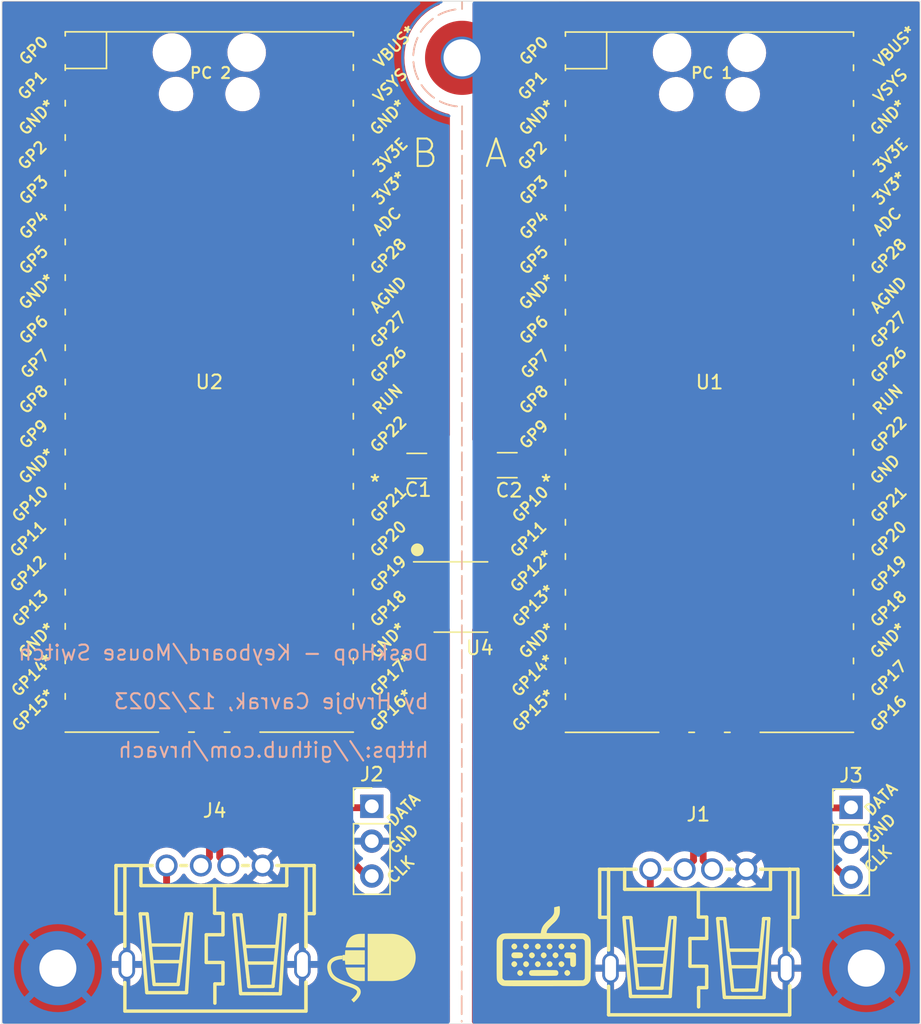
<source format=kicad_pcb>
(kicad_pcb (version 20221018) (generator pcbnew)
  (layers (0 "F.Cu" signal) (31 "B.Cu" signal) (34 "B.Paste" user) (35 "F.Paste" user) (36 "B.SilkS" user "B.Silkscreen") (37 "F.SilkS" user "F.Silkscreen") (38 "B.Mask" user) (39 "F.Mask" user) (44 "Edge.Cuts" user))
  (net 0 "")
  (net 1 "GND")
  (net 2 "Net-(J2-Pin_1)")
  (net 3 "Net-(J2-Pin_3)")
  (net 4 "Net-(J3-Pin_1)")
  (net 5 "Net-(J3-Pin_3)")
  (net 6 "Net-(U1-3V3)")
  (net 24 "Net-(J1-D-)")
  (net 25 "Net-(J1-D+)")
  (net 34 "3V3_BUS2")
  (net 49 "VBUS1")
  (net 63 "VBUS2")
  (net 65 "GND2")
  (net 66 "UART A TX")
  (net 68 "UART A RX")
  (net 69 "UART B TX")
  (net 70 "Net-(J4-D-)")
  (net 71 "Net-(J4-D+)")
  (net 72 "UART B RX")
  (footprint "MCU_RaspberryPi_and_Boards:RPi_Pico_SMD_Nohole" (layer "F.Cu") (at 85.344 68.834)
    (fp_text reference "U1")
    (fp_text value "Pico Primary")
  )
  (footprint "MCU_RaspberryPi_and_Boards:RPi_Pico_SMD_Nohole" (layer "F.Cu") (at 48.885523 68.818249)
    (fp_text reference "U2")
    (fp_text value "Pico Secondary")
  )
  (footprint "MountingHole:MountingHole_2.7mm_M2.5_Pad_TopOnly" (layer "F.Cu") (at 67.31 45.212)
    (fp_text reference "H3" hide)
    (fp_text value "MountingHole_Pad" hide)
  )
  (footprint "Capacitor_SMD:C_1206_3216Metric_Pad1.33x1.80mm_HandSolder" (layer "F.Cu") (at 70.604191 74.877665)
    (fp_text reference "C2")
    (fp_text value "100n")
  )
  (footprint "LCSC_C42411:USB-A-TH_JTJ-USB-10.6-002" (layer "F.Cu") (at 49.2735 107.6335)
    (fp_text reference "J4")
    (fp_text value "Mouse In")
  )
  (footprint "Connector_PinHeader_2.54mm:PinHeader_1x03_P2.54mm_Vertical" (layer "F.Cu") (at 95.667537 99.795757)
    (fp_text reference "J3")
    (fp_text value "Debug1")
  )
  (footprint "MountingHole:MountingHole_2.7mm_M2.5_Pad_TopBottom" (layer "F.Cu") (at 96.774 111.506)
    (fp_text reference "H2" hide)
    (fp_text value "MountingHole_Pad" hide)
  )
  (footprint "LCSC_C42411:USB-A-TH_JTJ-USB-10.6-002" (layer "F.Cu") (at 84.532 107.906)
    (fp_text reference "J1")
    (fp_text value "Keyboard In")
  )
  (footprint "MountingHole:MountingHole_2.7mm_M2.5_Pad_TopBottom" (layer "F.Cu") (at 37.846 111.506)
    (fp_text reference "H1" hide)
    (fp_text value "MountingHole_Pad" hide)
  )
  (footprint "Package_SO:SOIC-8_3.9x4.9mm_P1.27mm" (layer "F.Cu") (at 67.22807 84.47611)
    (fp_text reference "U4")
    (fp_text value "ISO7721DR")
  )
  (footprint "Connector_PinHeader_2.54mm:PinHeader_1x03_P2.54mm_Vertical" (layer "F.Cu") (at 60.731042 99.717876)
    (fp_text reference "J2")
    (fp_text value "Debug2")
  )
  (footprint "Capacitor_SMD:C_1206_3216Metric_Pad1.33x1.80mm_HandSolder" (layer "F.Cu") (at 64.010036 74.929999 180)
    (fp_text reference "C1")
    (fp_text value "100n")
  )
  (gr_arc (start 66.360432 49.447208) (mid 62.980006 45.511702) (end 65.786 41.148001) (stroke (width 0.2)) (layer "B.Cu"))
  (gr_line (start 67.31 48.738426) (end 67.281783 115.407659) (stroke (width 0.12) (type dash)) (layer "B.SilkS"))
  (gr_arc (start 66.937741 48.748461) (mid 63.758888 45.025614) (end 67.31 41.656) (stroke (width 0.12) (type dash)) (layer "B.SilkS"))
  (gr_line (start 67.31 41.656) (end 67.31 41.148) (stroke (width 0.12)) (layer "B.SilkS"))
  (gr_poly (pts (xy 58.798165 110.543306) (xy 58.798165 110.962168) (xy 58.603088 110.962168) (xy 58.603088 110.543306)) (fill solid) (layer "F.SilkS"))
  (gr_poly (pts (xy 57.482433 111.378334) (xy 57.486179 111.323025) (xy 57.493468 111.269362) (xy 57.504299 111.217356) (xy 57.518673 111.167021) (xy 57.536591 111.118367) (xy 57.558054 111.071408) (xy 57.583061 111.026155) (xy 57.611615 110.98262) (xy 57.640028 110.945385) (xy 57.670484 110.910564) (xy 57.702794 110.878076) (xy 57.736771 110.847839) (xy 57.772228 110.819775) (xy 57.808977 110.793802) (xy 57.846831 110.76984) (xy 57.885601 110.747807) (xy 57.925102 110.727625) (xy 57.965144 110.709211) (xy 58.00554 110.692486) (xy 58.046103 110.677369) (xy 58.126981 110.651638) (xy 58.206276 110.631371) (xy 58.282487 110.615926) (xy 58.354116 110.604658) (xy 58.419661 110.596922) (xy 58.477623 110.592075) (xy 58.564795 110.588468) (xy 58.60363 110.588683) (xy 58.603617 110.588683) (xy 58.595362 110.859483) (xy 58.563375 110.859196) (xy 58.52556 110.860214) (xy 58.482716 110.862766) (xy 58.435645 110.867081) (xy 58.385147 110.873387) (xy 58.332022 110.881913) (xy 58.277071 110.892888) (xy 58.221094 110.906541) (xy 58.164892 110.923101) (xy 58.109265 110.942796) (xy 58.055014 110.965855) (xy 58.002938 110.992508) (xy 57.977967 111.007253) (xy 57.95384 111.022982) (xy 57.930657 111.039724) (xy 57.908519 111.057507) (xy 57.887525 111.07636) (xy 57.867775 111.096311) (xy 57.84937 111.11739) (xy 57.832409 111.139624) (xy 57.813791 111.168348) (xy 57.797659 111.198636) (xy 57.784012 111.230476) (xy 57.772851 111.263862) (xy 57.764176 111.298784) (xy 57.757987 111.335233) (xy 57.754283 111.3732) (xy 57.753066 111.412676) (xy 57.754334 111.453652) (xy 57.758088 111.496119) (xy 57.764329 111.540069) (xy 57.773055 111.585493) (xy 57.784267 111.63238) (xy 57.797965 111.680724) (xy 57.814149 111.730514) (xy 57.832819 111.781741) (xy 57.84911 111.820656) (xy 57.867573 111.858229) (xy 57.888127 111.8945) (xy 57.910689 111.929509) (xy 57.935177 111.963293) (xy 57.961509 111.995892) (xy 58.019376 112.057693) (xy 58.083632 112.115223) (xy 58.153618 112.168796) (xy 58.228678 112.218724) (xy 58.308153 112.26532) (xy 58.391386 112.308897) (xy 58.477719 112.349767) (xy 58.566493 112.388243) (xy 58.657052 112.424638) (xy 58.840891 112.492435) (xy 59.023974 112.555661) (xy 59.187753 112.612183) (xy 59.266552 112.640444) (xy 59.342782 112.669096) (xy 59.41606 112.69843) (xy 59.486004 112.728738) (xy 59.552231 112.760313) (xy 59.614358 112.793447) (xy 59.643765 112.810689) (xy 59.672004 112.828431) (xy 59.699027 112.846709) (xy 59.724786 112.865559) (xy 59.749234 112.885017) (xy 59.772322 112.905121) (xy 59.794003 112.925907) (xy 59.814229 112.947412) (xy 59.832952 112.969671) (xy 59.850124 112.992721) (xy 59.865699 113.0166) (xy 59.879627 113.041343) (xy 59.891861 113.066987) (xy 59.902353 113.093568) (xy 59.911056 113.121124) (xy 59.917921 113.14969) (xy 59.924621 113.194423) (xy 59.926498 113.239887) (xy 59.923498 113.286177) (xy 59.915567 113.333386) (xy 59.90265 113.381606) (xy 59.884694 113.430933) (xy 59.861643 113.481458) (xy 59.833445 113.533276) (xy 59.800044 113.58648) (xy 59.761387 113.641164) (xy 59.717418 113.69742) (xy 59.668085 113.755342) (xy 59.613333 113.815025) (xy 59.553108 113.87656) (xy 59.487355 113.940042) (xy 59.41602 114.005564) (xy 59.235045 113.803991) (xy 59.271218 113.771101) (xy 59.305325 113.739273) (xy 59.337424 113.708494) (xy 59.367573 113.678746) (xy 59.395829 113.650017) (xy 59.422249 113.622289) (xy 59.44689 113.595549) (xy 59.469809 113.569781) (xy 59.491065 113.544971) (xy 59.510715 113.521102) (xy 59.528814 113.49816) (xy 59.545422 113.47613) (xy 59.560596 113.454996) (xy 59.574392 113.434744) (xy 59.586868 113.415358) (xy 59.598081 113.396824) (xy 59.608089 113.379126) (xy 59.61695 113.362249) (xy 59.624719 113.346178) (xy 59.631455 113.330898) (xy 59.637215 113.316394) (xy 59.642057 113.302651) (xy 59.646037 113.289653) (xy 59.649213 113.277385) (xy 59.651642 113.265833) (xy 59.653383 113.254982) (xy 59.654491 113.244815) (xy 59.655024 113.235319) (xy 59.654596 113.218275) (xy 59.652557 113.203731) (xy 59.648621 113.189025) (xy 59.642895 113.174543) (xy 59.635441 113.160279) (xy 59.626317 113.146226) (xy 59.603303 113.118728) (xy 59.574333 113.091998) (xy 59.539884 113.065981) (xy 59.500437 113.040627) (xy 59.456471 113.015882) (xy 59.408464 112.991694) (xy 59.356897 112.968011) (xy 59.302248 112.944781) (xy 59.185622 112.899467) (xy 59.06242 112.855334) (xy 58.936476 112.811963) (xy 58.739717 112.743829) (xy 58.638965 112.707231) (xy 58.537716 112.668397) (xy 58.436782 112.626917) (xy 58.336977 112.582381) (xy 58.239114 112.534379) (xy 58.144006 112.482498) (xy 58.052467 112.42633) (xy 58.008289 112.39651) (xy 57.965309 112.365464) (xy 57.923627 112.33314) (xy 57.883346 112.299488) (xy 57.844567 112.264456) (xy 57.807391 112.227993) (xy 57.771921 112.190047) (xy 57.738258 112.150567) (xy 57.706503 112.109503) (xy 57.676759 112.066801) (xy 57.649127 112.022412) (xy 57.623708 111.976284) (xy 57.600604 111.928366) (xy 57.579918 111.878605) (xy 57.555346 111.810565) (xy 57.534312 111.744074) (xy 57.516817 111.679144) (xy 57.50286 111.615787) (xy 57.492443 111.554016) (xy 57.485566 111.493842) (xy 57.482229 111.435277)) (fill solid) (layer "F.SilkS"))
  (gr_line (start 67.31 48.738426) (end 67.281783 115.407659) (stroke (width 0.12) (type dash)) (layer "F.SilkS"))
  (gr_poly (pts (xy 58.773281 110.65812) (xy 58.7743 110.590897) (xy 58.77605 110.524421) (xy 58.778571 110.458727) (xy 58.781905 110.393853) (xy 58.786094 110.329834) (xy 58.791178 110.266707) (xy 58.797199 110.204507) (xy 60.221226 110.204507) (xy 60.221226 111.247336) (xy 58.797199 111.247336) (xy 58.791178 111.185136) (xy 58.786094 111.122011) (xy 58.781905 111.058001) (xy 58.778571 110.993144) (xy 58.77605 110.927482) (xy 58.7743 110.861053) (xy 58.77295 110.726054)) (fill solid) (layer "F.SilkS"))
  (gr_poly (pts (xy 75.409953 109.711596) (xy 75.414084 109.711996) (xy 75.418717 109.712651) (xy 75.423798 109.713553) (xy 75.429272 109.714694) (xy 75.435082 109.716066) (xy 75.447491 109.719465) (xy 75.453979 109.721476) (xy 75.460582 109.723683) (xy 75.467245 109.726077) (xy 75.473912 109.728651) (xy 75.480528 109.731395) (xy 75.487037 109.734301) (xy 75.493385 109.737361) (xy 75.499515 109.740565) (xy 75.511406 109.747709) (xy 75.523025 109.75597) (xy 75.534303 109.765237) (xy 75.545172 109.775399) (xy 75.555563 109.786346) (xy 75.565408 109.797967) (xy 75.57464 109.81015) (xy 75.583189 109.822785) (xy 75.590988 109.835761) (xy 75.597969 109.848967) (xy 75.604062 109.862293) (xy 75.609201 109.875627) (xy 75.613317 109.888859) (xy 75.616341 109.901877) (xy 75.618205 109.914572) (xy 75.618681 109.920763) (xy 75.618842 109.926832) (xy 75.618681 109.9329) (xy 75.618205 109.939091) (xy 75.617422 109.945389) (xy 75.616341 109.951781) (xy 75.614969 109.958251) (xy 75.613317 109.964786) (xy 75.611391 109.971371) (xy 75.609201 109.977991) (xy 75.604062 109.991282) (xy 75.597969 110.004543) (xy 75.590988 110.017659) (xy 75.583189 110.030515) (xy 75.57464 110.042996) (xy 75.565408 110.054987) (xy 75.555563 110.066372) (xy 75.545172 110.077037) (xy 75.539793 110.082063) (xy 75.534303 110.086866) (xy 75.528711 110.091431) (xy 75.523025 110.095744) (xy 75.517254 110.099791) (xy 75.511406 110.103557) (xy 75.50549 110.107027) (xy 75.499515 110.110189) (xy 75.493385 110.113426) (xy 75.487038 110.116578) (xy 75.480528 110.119627) (xy 75.473912 110.122558) (xy 75.467245 110.125352) (xy 75.460582 110.127992) (xy 75.453979 110.130462) (xy 75.447491 110.132744) (xy 75.441174 110.134822) (xy 75.435082 110.136678) (xy 75.429272 110.138295) (xy 75.423799 110.139657) (xy 75.418717 110.140745) (xy 75.414084 110.141544) (xy 75.409954 110.142035) (xy 75.406382 110.142203) (xy 75.40281 110.142035) (xy 75.398679 110.141544) (xy 75.394046 110.140745) (xy 75.388965 110.139657) (xy 75.383491 110.138295) (xy 75.377681 110.136678) (xy 75.365272 110.132744) (xy 75.352181 110.127992) (xy 75.338851 110.122558) (xy 75.332235 110.119627) (xy 75.325725 110.116578) (xy 75.319378 110.113426) (xy 75.313248 110.110189) (xy 75.301356 110.103589) (xy 75.289737 110.095864) (xy 75.278459 110.087115) (xy 75.267591 110.077446) (xy 75.2572 110.066958) (xy 75.247354 110.055754) (xy 75.238123 110.043936) (xy 75.229573 110.031607) (xy 75.221774 110.018868) (xy 75.214794 110.005823) (xy 75.2087 109.992572) (xy 75.203562 109.97922) (xy 75.199446 109.965867) (xy 75.196422 109.952616) (xy 75.194558 109.939571) (xy 75.194081 109.933157) (xy 75.193921 109.926832) (xy 75.194081 109.920507) (xy 75.194558 109.914093) (xy 75.195341 109.9076) (xy 75.196422 109.901042) (xy 75.197793 109.89443) (xy 75.199446 109.887778) (xy 75.201372 109.881097) (xy 75.203562 109.874399) (xy 75.2087 109.861003) (xy 75.214794 109.847688) (xy 75.221775 109.834552) (xy 75.229574 109.821693) (xy 75.238123 109.80921) (xy 75.247355 109.797199) (xy 75.2572 109.78576) (xy 75.267591 109.77499) (xy 75.27846 109.764988) (xy 75.289737 109.755851) (xy 75.295509 109.751637) (xy 75.301356 109.747677) (xy 75.307272 109.743982) (xy 75.313248 109.740565) (xy 75.319858 109.737361) (xy 75.326561 109.734301) (xy 75.333316 109.731395) (xy 75.340079 109.728651) (xy 75.346808 109.726077) (xy 75.35346 109.723683) (xy 75.359993 109.721476) (xy 75.366364 109.719465) (xy 75.37253 109.717659) (xy 75.378449 109.716066) (xy 75.384078 109.714694) (xy 75.389374 109.713553) (xy 75.394295 109.712651) (xy 75.398799 109.711996) (xy 75.402842 109.711596) (xy 75.406382 109.711461)) (fill solid) (layer "F.SilkS"))
  (gr_poly (pts (xy 60.221226 111.456608) (xy 60.221226 112.444972) (xy 59.941893 112.444972) (xy 59.875793 112.443793) (xy 59.812158 112.440281) (xy 59.750944 112.43448) (xy 59.692105 112.426429) (xy 59.635597 112.416172) (xy 59.581376 112.403748) (xy 59.529396 112.389201) (xy 59.479613 112.372571) (xy 59.431983 112.3539) (xy 59.386459 112.333229) (xy 59.342999 112.3106) (xy 59.301557 112.286055) (xy 59.262088 112.259634) (xy 59.224548 112.23138) (xy 59.188891 112.201334) (xy 59.155075 112.169538) (xy 59.123052 112.136032) (xy 59.09278 112.10086) (xy 59.064213 112.064061) (xy 59.037306 112.025678) (xy 59.012016 111.985751) (xy 58.988296 111.944324) (xy 58.945392 111.857131) (xy 58.908235 111.764431) (xy 58.876469 111.666556) (xy 58.849737 111.563837) (xy 58.827679 111.456608)) (fill solid) (layer "F.SilkS"))
  (gr_poly (pts (xy 62.135116 109.006435) (xy 62.227485 109.008671) (xy 62.318639 109.015309) (xy 62.408466 109.026241) (xy 62.496854 109.041358) (xy 62.583689 109.060552) (xy 62.668859 109.083717) (xy 62.752251 109.110743) (xy 62.833753 109.141524) (xy 62.913252 109.17595) (xy 62.990635 109.213914) (xy 63.06579 109.255309) (xy 63.138604 109.300027) (xy 63.208965 109.347958) (xy 63.276759 109.398996) (xy 63.341873 109.453033) (xy 63.404197 109.509961) (xy 63.463616 109.569672) (xy 63.520018 109.632058) (xy 63.57329 109.69701) (xy 63.62332 109.764422) (xy 63.669995 109.834185) (xy 63.713203 109.906192) (xy 63.75283 109.980334) (xy 63.788764 110.056504) (xy 63.820893 110.134593) (xy 63.849103 110.214495) (xy 63.873282 110.2961) (xy 63.893318 110.379301) (xy 63.909098 110.463991) (xy 63.920508 110.55006) (xy 63.927437 110.637402) (xy 63.929772 110.725908) (xy 63.927437 110.814365) (xy 63.920508 110.90166) (xy 63.909097 110.987688) (xy 63.893318 111.072338) (xy 63.873281 111.155504) (xy 63.849102 111.237078) (xy 63.820891 111.31695) (xy 63.788762 111.395014) (xy 63.752827 111.471161) (xy 63.7132 111.545283) (xy 63.669992 111.617273) (xy 63.623316 111.687021) (xy 63.573285 111.75442) (xy 63.520012 111.819362) (xy 63.46361 111.881739) (xy 63.40419 111.941442) (xy 63.341866 111.998365) (xy 63.276751 112.052398) (xy 63.208956 112.103433) (xy 63.138595 112.151364) (xy 63.065781 112.19608) (xy 62.990625 112.237476) (xy 62.913241 112.275441) (xy 62.833742 112.309869) (xy 62.752239 112.340652) (xy 62.668847 112.36768) (xy 62.583676 112.390847) (xy 62.496841 112.410044) (xy 62.408453 112.425163) (xy 62.318626 112.436096) (xy 62.227471 112.442735) (xy 62.135103 112.444972) (xy 62.135106 112.444976) (xy 62.13511 112.444979) (xy 62.135113 112.444982) (xy 62.135116 112.444986) (xy 60.430684 112.444986) (xy 60.430684 109.006435)) (fill solid) (layer "F.SilkS"))
  (gr_poly (pts (xy 71.971429 111.002828) (xy 71.973288 111.003199) (xy 71.975 111.003686) (xy 71.981325 111.003846) (xy 71.98774 111.004323) (xy 71.994233 111.005106) (xy 72.000791 111.006187) (xy 72.007402 111.007558) (xy 72.014055 111.009211) (xy 72.020736 111.011137) (xy 72.027434 111.013327) (xy 72.04083 111.018465) (xy 72.054145 111.024559) (xy 72.067281 111.03154) (xy 72.080139 111.039339) (xy 72.092623 111.047888) (xy 72.104634 111.05712) (xy 72.116073 111.066965) (xy 72.126843 111.077356) (xy 72.136845 111.088225) (xy 72.145982 111.099502) (xy 72.150195 111.105274) (xy 72.154155 111.111121) (xy 72.15785 111.117037) (xy 72.161267 111.123013) (xy 72.166696 111.13549) (xy 72.171954 111.148616) (xy 72.176871 111.161946) (xy 72.181276 111.175037) (xy 72.185 111.187446) (xy 72.186552 111.193256) (xy 72.18787 111.19873) (xy 72.188933 111.203811) (xy 72.189718 111.208444) (xy 72.190204 111.212575) (xy 72.190371 111.216147) (xy 72.190236 111.219719) (xy 72.189837 111.223849) (xy 72.189182 111.228482) (xy 72.18828 111.233564) (xy 72.187138 111.239037) (xy 72.185767 111.244847) (xy 72.182368 111.257256) (xy 72.180357 111.263744) (xy 72.17815 111.270347) (xy 72.175755 111.27701) (xy 72.173182 111.283677) (xy 72.170438 111.290293) (xy 72.167531 111.296802) (xy 72.164472 111.30315) (xy 72.161267 111.30928) (xy 72.154155 111.321172) (xy 72.145982 111.332791) (xy 72.136845 111.344069) (xy 72.126842 111.354937) (xy 72.116073 111.365328) (xy 72.104633 111.375174) (xy 72.092623 111.384405) (xy 72.080139 111.392954) (xy 72.067281 111.400753) (xy 72.054145 111.407734) (xy 72.04083 111.413828) (xy 72.027434 111.418966) (xy 72.014055 111.423082) (xy 72.000791 111.426106) (xy 71.98774 111.42797) (xy 71.981325 111.428446) (xy 71.975 111.428607) (xy 71.971429 111.428439) (xy 71.967298 111.427948) (xy 71.962665 111.427149) (xy 71.957584 111.42606) (xy 71.95211 111.424699) (xy 71.9463 111.423082) (xy 71.933891 111.419148) (xy 71.9208 111.414396) (xy 71.90747 111.408962) (xy 71.900854 111.406031) (xy 71.894345 111.402982) (xy 71.887997 111.39983) (xy 71.881867 111.396592) (xy 71.869976 111.389993) (xy 71.858357 111.382268) (xy 71.847079 111.373519) (xy 71.83621 111.36385) (xy 71.825819 111.353362) (xy 71.815974 111.342158) (xy 71.806742 111.33034) (xy 71.798193 111.318011) (xy 71.790394 111.305272) (xy 71.783413 111.292226) (xy 71.77732 111.278976) (xy 71.772181 111.265623) (xy 71.768066 111.252271) (xy 71.765041 111.23902) (xy 71.763177 111.225975) (xy 71.762701 111.219561) (xy 71.76254 111.213236) (xy 71.762701 111.206911) (xy 71.763177 111.200497) (xy 71.76396 111.194004) (xy 71.765041 111.187446) (xy 71.766413 111.180835) (xy 71.768066 111.174182) (xy 71.769991 111.167501) (xy 71.772181 111.160803) (xy 71.77732 111.147407) (xy 71.783413 111.134092) (xy 71.790394 111.120956) (xy 71.798193 111.108097) (xy 71.806742 111.095614) (xy 71.815974 111.083603) (xy 71.825819 111.072164) (xy 71.83621 111.061394) (xy 71.847079 111.051392) (xy 71.858357 111.042255) (xy 71.864128 111.038042) (xy 71.869976 111.034081) (xy 71.875892 111.030387) (xy 71.881867 111.02697) (xy 71.894345 111.021552) (xy 71.900854 111.018918) (xy 71.90747 111.016374) (xy 71.914137 111.013949) (xy 71.9208 111.011673) (xy 71.927403 111.009576) (xy 71.933891 111.007688) (xy 71.940208 111.006039) (xy 71.9463 111.004658) (xy 71.95211 111.003576) (xy 71.957584 111.002822) (xy 71.962665 111.002426) (xy 71.967298 111.002418)) (fill solid) (layer "F.SilkS"))
  (gr_arc (start 66.93774 48.748461) (mid 63.758888 45.025614) (end 67.31 41.656) (stroke (width 0.12) (type dash)) (layer "F.SilkS"))
  (gr_poly (pts (xy 58.849712 109.887864) (xy 58.876427 109.78505) (xy 58.90818 109.687098) (xy 58.945328 109.594337) (xy 58.988229 109.507099) (xy 59.011948 109.465654) (xy 59.037239 109.425713) (xy 59.064147 109.387318) (xy 59.092715 109.35051) (xy 59.12299 109.315331) (xy 59.155015 109.281821) (xy 59.188835 109.250022) (xy 59.224495 109.219976) (xy 59.262039 109.191722) (xy 59.301513 109.165304) (xy 59.342959 109.140762) (xy 59.386424 109.118137) (xy 59.431952 109.097471) (xy 59.479587 109.078805) (xy 59.529375 109.062181) (xy 59.581359 109.047639) (xy 59.635584 109.035221) (xy 59.692095 109.024968) (xy 59.750937 109.016922) (xy 59.812154 109.011123) (xy 59.875791 109.007614) (xy 59.941893 109.006435) (xy 60.221226 109.006435) (xy 60.221226 109.995209) (xy 58.827679 109.995209)) (fill solid) (layer "F.SilkS"))
  (gr_poly (pts (xy 74.396618 106.991515) (xy 74.402288 106.992041) (xy 74.407276 106.993018) (xy 74.411632 106.994453) (xy 74.415406 106.996352) (xy 74.418648 106.99872) (xy 74.421408 107.001564) (xy 74.423737 107.004888) (xy 74.425684 107.0087) (xy 74.427299 107.013005) (xy 74.428634 107.017809) (xy 74.429737 107.023117) (xy 74.430658 107.028936) (xy 74.431449 107.035271) (xy 74.434303 107.065893) (xy 74.437784 107.092363) (xy 74.440601 107.12131) (xy 74.444307 107.185083) (xy 74.445558 107.254109) (xy 74.444489 107.325284) (xy 74.441237 107.395503) (xy 74.435939 107.461664) (xy 74.428732 107.520662) (xy 74.424454 107.546506) (xy 74.41975 107.569395) (xy 74.414104 107.593448) (xy 74.407046 107.618576) (xy 74.398666 107.644625) (xy 74.389055 107.671441) (xy 74.378301 107.698871) (xy 74.366493 107.726762) (xy 74.353723 107.75496) (xy 74.340078 107.783311) (xy 74.325649 107.811662) (xy 74.310525 107.839859) (xy 74.294795 107.86775) (xy 74.27855 107.89518) (xy 74.261878 107.921996) (xy 74.24487 107.948045) (xy 74.227614 107.973173) (xy 74.2102 107.997226) (xy 74.193699 108.017684) (xy 74.173138 108.041383) (xy 74.149371 108.067468) (xy 74.123252 108.095089) (xy 74.095631 108.123392) (xy 74.067362 108.151524) (xy 74.039299 108.178633) (xy 74.012292 108.203866) (xy 73.972019 108.239667) (xy 73.932125 108.27595) (xy 73.854448 108.348886) (xy 73.781204 108.420527) (xy 73.714339 108.488723) (xy 73.655795 108.551325) (xy 73.630251 108.579857) (xy 73.607517 108.606185) (xy 73.587836 108.630041) (xy 73.57145 108.651155) (xy 73.558602 108.669259) (xy 73.549536 108.684084) (xy 73.542419 108.697383) (xy 73.535297 108.712029) (xy 73.528235 108.7278) (xy 73.521296 108.744475) (xy 73.514545 108.761833) (xy 73.508046 108.779651) (xy 73.496057 108.815781) (xy 73.490696 108.83365) (xy 73.485842 108.851092) (xy 73.48156 108.867887) (xy 73.477913 108.883812) (xy 73.474965 108.898645) (xy 73.47278 108.912165) (xy 73.471422 108.924151) (xy 73.470955 108.93438) (xy 73.471948 108.938479) (xy 73.476037 108.942065) (xy 73.50015 108.947841) (xy 73.556596 108.951979) (xy 73.658677 108.954753) (xy 74.052947 108.9573) (xy 74.789374 108.957664) (xy 75.469002 108.958391) (xy 75.704671 108.959505) (xy 75.882599 108.961302) (xy 76.01155 108.963916) (xy 76.060398 108.965573) (xy 76.100289 108.967486) (xy 76.132319 108.969672) (xy 76.157582 108.972147) (xy 76.177176 108.97493) (xy 76.192194 108.978036) (xy 76.236309 108.989888) (xy 76.279081 109.004634) (xy 76.320394 109.022168) (xy 76.360134 109.042384) (xy 76.398187 109.065175) (xy 76.434435 109.090434) (xy 76.468766 109.118055) (xy 76.501062 109.147932) (xy 76.53121 109.179957) (xy 76.559094 109.214025) (xy 76.5846 109.250028) (xy 76.607611 109.287859) (xy 76.628013 109.327414) (xy 76.645691 109.368584) (xy 76.660529 109.411263) (xy 76.672413 109.455345) (xy 76.682918 109.610643) (xy 76.690421 109.939747) (xy 76.696424 110.887997) (xy 76.690421 111.837339) (xy 76.682918 112.167807) (xy 76.672413 112.325015) (xy 76.661557 112.366122) (xy 76.64764 112.406393) (xy 76.630807 112.445675) (xy 76.611203 112.483815) (xy 76.588973 112.520658) (xy 76.564261 112.556052) (xy 76.537214 112.589843) (xy 76.507974 112.621878) (xy 76.476689 112.652002) (xy 76.443502 112.680063) (xy 76.408558 112.705908) (xy 76.372003 112.729381) (xy 76.333982 112.750331) (xy 76.294639 112.768604) (xy 76.254119 112.784045) (xy 76.212567 112.796503) (xy 76.17148 112.804188) (xy 76.091239 112.809963) (xy 75.704699 112.816876) (xy 73.267226 112.819786) (xy 72.246516 112.820719) (xy 71.838534 112.820886) (xy 71.491735 112.820696) (xy 71.200819 112.820028) (xy 70.960488 112.818763) (xy 70.765441 112.816782) (xy 70.683243 112.815486) (xy 70.610379 112.813966) (xy 70.546187 112.812207) (xy 70.490004 112.810194) (xy 70.441168 112.807913) (xy 70.399016 112.805348) (xy 70.362886 112.802485) (xy 70.332115 112.799308) (xy 70.306042 112.795803) (xy 70.284003 112.791955) (xy 70.265337 112.787749) (xy 70.24938 112.78317) (xy 70.235471 112.778203) (xy 70.222947 112.772833) (xy 70.211146 112.767045) (xy 70.199404 112.760825) (xy 70.173453 112.747026) (xy 70.156057 112.737303) (xy 70.137829 112.725726) (xy 70.118961 112.712487) (xy 70.099647 112.697776) (xy 70.080076 112.681787) (xy 70.060441 112.66471) (xy 70.040934 112.646738) (xy 70.021747 112.628063) (xy 70.003072 112.608876) (xy 69.9851 112.589369) (xy 69.968023 112.569734) (xy 69.952034 112.550163) (xy 69.937323 112.530849) (xy 69.924084 112.511981) (xy 69.912507 112.493754) (xy 69.902784 112.476357) (xy 69.877932 112.424902) (xy 69.859492 112.370854) (xy 69.846509 112.294433) (xy 69.842451 112.237703) (xy 70.257855 112.237703) (xy 70.289869 112.284269) (xy 70.293341 112.288764) (xy 70.29718 112.293489) (xy 70.301342 112.298402) (xy 70.305786 112.30346) (xy 70.315347 112.31384) (xy 70.325522 112.324288) (xy 70.33597 112.334463) (xy 70.34635 112.344024) (xy 70.351407 112.348468) (xy 70.35632 112.35263) (xy 70.361045 112.356469) (xy 70.36554 112.35994) (xy 70.412107 112.391955) (xy 73.273047 112.389045) (xy 76.133986 112.386134) (xy 76.168911 112.35703) (xy 76.172827 112.354136) (xy 76.176914 112.350936) (xy 76.181138 112.347463) (xy 76.185464 112.343751) (xy 76.189858 112.339834) (xy 76.194286 112.335747) (xy 76.203108 112.327198) (xy 76.211657 112.318376) (xy 76.215745 112.313948) (xy 76.219661 112.309554) (xy 76.223373 112.305228) (xy 76.226846 112.301004) (xy 76.230047 112.296917) (xy 76.23294 112.293001) (xy 76.242547 112.278443) (xy 76.249766 112.250209) (xy 76.254939 112.192165) (xy 76.258406 112.08818) (xy 76.261589 111.677857) (xy 76.262044 110.89018) (xy 76.261987 110.438594) (xy 76.261852 110.255743) (xy 76.261589 110.098774) (xy 76.261156 109.965629) (xy 76.260862 109.907347) (xy 76.260509 109.854248) (xy 76.260093 109.806076) (xy 76.259607 109.762572) (xy 76.259047 109.72348) (xy 76.258406 109.688542) (xy 76.257681 109.6575) (xy 76.256864 109.630098) (xy 76.255952 109.606078) (xy 76.254939 109.585182) (xy 76.253819 109.567154) (xy 76.253217 109.559134) (xy 76.252587 109.551734) (xy 76.251927 109.544923) (xy 76.251238 109.538668) (xy 76.250517 109.532936) (xy 76.249766 109.527696) (xy 76.248982 109.522915) (xy 76.248166 109.518561) (xy 76.247317 109.514603) (xy 76.246433 109.511007) (xy 76.245515 109.507742) (xy 76.244562 109.504775) (xy 76.243573 109.502075) (xy 76.242547 109.499609) (xy 76.241483 109.497345) (xy 76.240382 109.495251) (xy 76.239242 109.493294) (xy 76.238063 109.491443) (xy 76.235584 109.487928) (xy 76.23294 109.484449) (xy 76.229981 109.481011) (xy 76.226591 109.477275) (xy 76.218706 109.469078) (xy 76.209662 109.460199) (xy 76.199834 109.450979) (xy 76.189596 109.441759) (xy 76.179325 109.43288) (xy 76.169394 109.424683) (xy 76.16018 109.417509) (xy 76.113613 109.385494) (xy 70.409197 109.385494) (xy 70.36554 109.414599) (xy 70.361046 109.417525) (xy 70.356326 109.420817) (xy 70.351427 109.424434) (xy 70.346395 109.428332) (xy 70.341279 109.432469) (xy 70.336123 109.436802) (xy 70.330977 109.441288) (xy 70.325886 109.445886) (xy 70.320897 109.450551) (xy 70.316058 109.455242) (xy 70.311414 109.459916) (xy 70.307014 109.46453) (xy 70.302903 109.469042) (xy 70.299129 109.473409) (xy 70.295739 109.477589) (xy 70.29278 109.481538) (xy 70.283168 109.49692) (xy 70.275909 109.525467) (xy 70.270628 109.583346) (xy 70.26695 109.686723) (xy 70.262903 110.094636) (xy 70.260765 110.878538) (xy 70.257855 112.237703) (xy 69.842451 112.237703) (xy 69.838027 112.175857) (xy 69.833093 111.995343) (xy 69.830751 111.733109) (xy 69.830024 110.884359) (xy 69.830189 110.47054) (xy 69.830797 110.148433) (xy 69.832019 109.905521) (xy 69.834026 109.729288) (xy 69.835376 109.662263) (xy 69.836987 109.607215) (xy 69.838879 109.562577) (xy 69.841074 109.526786) (xy 69.843593 109.498277) (xy 69.846457 109.475484) (xy 69.849688 109.456845) (xy 69.853307 109.440792) (xy 69.862206 109.410544) (xy 69.87252 109.380936) (xy 69.884233 109.351992) (xy 69.897327 109.323739) (xy 69.911785 109.296202) (xy 69.927591 109.269408) (xy 69.944727 109.24338) (xy 69.963175 109.218146) (xy 69.98292 109.19373) (xy 70.003944 109.170158) (xy 70.02623 109.147456) (xy 70.04976 109.125649) (xy 70.074519 109.104763) (xy 70.100488 109.084824) (xy 70.127651 109.065856) (xy 70.15599 109.047886) (xy 70.207292 109.019066) (xy 70.260811 108.997409) (xy 70.294551 108.988946) (xy 70.336226 108.98189) (xy 70.453217 108.971488) (xy 70.631463 108.965178) (xy 70.890643 108.961938) (xy 71.730526 108.960574) (xy 73.046034 108.960574) (xy 73.060586 108.855799) (xy 73.064775 108.829996) (xy 73.069675 108.803951) (xy 73.07525 108.777761) (xy 73.081459 108.751524) (xy 73.088265 108.725338) (xy 73.09563 108.699301) (xy 73.103515 108.673512) (xy 73.111882 108.648068) (xy 73.120692 108.623067) (xy 73.129907 108.598608) (xy 73.139489 108.574788) (xy 73.149399 108.551706) (xy 73.159599 108.529459) (xy 73.170051 108.508146) (xy 73.180715 108.487865) (xy 73.191555 108.468713) (xy 73.227196 108.41258) (xy 73.246053 108.385266) (xy 73.266043 108.357981) (xy 73.2875 108.330373) (xy 73.310757 108.302086) (xy 73.336145 108.272768) (xy 73.363997 108.242065) (xy 73.428424 108.175085) (xy 73.506698 108.098317) (xy 73.60148 108.00893) (xy 73.71543 107.904093) (xy 73.741621 107.879605) (xy 73.766709 107.855258) (xy 73.790679 107.831056) (xy 73.81352 107.807003) (xy 73.835218 107.783103) (xy 73.855761 107.759362) (xy 73.875135 107.735782) (xy 73.893329 107.712369) (xy 73.910329 107.689126) (xy 73.926122 107.666058) (xy 73.940697 107.643169) (xy 73.954039 107.620463) (xy 73.966136 107.597945) (xy 73.976975 107.575619) (xy 73.986544 107.553489) (xy 73.99483 107.531559) (xy 74.001805 107.51159) (xy 74.007518 107.490222) (xy 74.012071 107.466331) (xy 74.015567 107.43879) (xy 74.018107 107.406474) (xy 74.019796 107.368258) (xy 74.020733 107.323015) (xy 74.021023 107.269622) (xy 74.021023 107.074624) (xy 74.195649 107.033878) (xy 74.274901 107.013886) (xy 74.306627 107.006156) (xy 74.33362 106.999999) (xy 74.345468 106.997525) (xy 74.356283 106.995462) (xy 74.366115 106.993816) (xy 74.375014 106.992592) (xy 74.383031 106.991797) (xy 74.390216 106.991436)) (fill solid) (layer "F.SilkS"))
  (gr_poly (pts (xy 71.12 110.998) (xy 71.12413 110.9984) (xy 71.128764 110.999055) (xy 71.133845 110.999957) (xy 71.139318 111.001098) (xy 71.145128 111.00247) (xy 71.157537 111.005869) (xy 71.164026 111.00788) (xy 71.170629 111.010087) (xy 71.177291 111.012481) (xy 71.183959 111.015055) (xy 71.190575 111.017799) (xy 71.197084 111.020705) (xy 71.203431 111.023765) (xy 71.209561 111.02697) (xy 71.221453 111.034113) (xy 71.233072 111.042374) (xy 71.24435 111.051641) (xy 71.255218 111.061803) (xy 71.265609 111.07275) (xy 71.275455 111.084371) (xy 71.284686 111.096554) (xy 71.293235 111.109189) (xy 71.301034 111.122165) (xy 71.308015 111.135371) (xy 71.314109 111.148697) (xy 71.319247 111.162031) (xy 71.323363 111.175263) (xy 71.326387 111.188282) (xy 71.328251 111.200976) (xy 71.328727 111.207168) (xy 71.328888 111.213236) (xy 71.328727 111.219305) (xy 71.328251 111.225495) (xy 71.327468 111.231793) (xy 71.326387 111.238185) (xy 71.325016 111.244655) (xy 71.323363 111.25119) (xy 71.321437 111.257775) (xy 71.319247 111.264396) (xy 71.314109 111.277687) (xy 71.308015 111.290948) (xy 71.301035 111.304064) (xy 71.293236 111.31692) (xy 71.284686 111.3294) (xy 71.275455 111.341391) (xy 71.265609 111.352776) (xy 71.255218 111.363441) (xy 71.249839 111.368467) (xy 71.24435 111.37327) (xy 71.238758 111.377835) (xy 71.233072 111.382148) (xy 71.227301 111.386195) (xy 71.221453 111.389961) (xy 71.215537 111.393431) (xy 71.209561 111.396592) (xy 71.203431 111.39983) (xy 71.197084 111.402982) (xy 71.190574 111.406031) (xy 71.183959 111.408962) (xy 71.177291 111.411756) (xy 71.170629 111.414396) (xy 71.164025 111.416866) (xy 71.157537 111.419148) (xy 71.15122 111.421226) (xy 71.145128 111.423082) (xy 71.139318 111.424699) (xy 71.133845 111.42606) (xy 71.128764 111.427149) (xy 71.12413 111.427948) (xy 71.12 111.428439) (xy 71.116428 111.428607) (xy 71.112856 111.428439) (xy 71.108725 111.427948) (xy 71.104092 111.427149) (xy 71.099011 111.42606) (xy 71.093537 111.424699) (xy 71.087727 111.423082) (xy 71.075318 111.419148) (xy 71.062227 111.414396) (xy 71.048897 111.408962) (xy 71.042281 111.406031) (xy 71.035772 111.402982) (xy 71.029424 111.39983) (xy 71.023294 111.396592) (xy 71.011403 111.389993) (xy 70.999784 111.382268) (xy 70.988506 111.373519) (xy 70.977637 111.36385) (xy 70.967246 111.353362) (xy 70.957401 111.342158) (xy 70.948169 111.33034) (xy 70.93962 111.318011) (xy 70.931821 111.305272) (xy 70.924841 111.292226) (xy 70.918747 111.278976) (xy 70.913608 111.265623) (xy 70.909493 111.252271) (xy 70.906469 111.23902) (xy 70.904604 111.225975) (xy 70.904128 111.219561) (xy 70.903967 111.213236) (xy 70.904128 111.206911) (xy 70.904604 111.200497) (xy 70.905387 111.194004) (xy 70.906469 111.187446) (xy 70.90784 111.180835) (xy 70.909493 111.174182) (xy 70.911418 111.167501) (xy 70.913608 111.160803) (xy 70.918747 111.147407) (xy 70.924841 111.134092) (xy 70.931821 111.120956) (xy 70.93962 111.108097) (xy 70.948169 111.095614) (xy 70.957401 111.083603) (xy 70.967246 111.072164) (xy 70.977637 111.061394) (xy 70.988506 111.051392) (xy 70.999784 111.042255) (xy 71.005555 111.038042) (xy 71.011403 111.034081) (xy 71.017319 111.030387) (xy 71.023294 111.02697) (xy 71.035772 111.021541) (xy 71.048897 111.016283) (xy 71.062227 111.011366) (xy 71.075318 111.00696) (xy 71.087727 111.003237) (xy 71.093537 111.001685) (xy 71.099011 111.000366) (xy 71.104092 110.999304) (xy 71.108725 110.998519) (xy 71.112856 110.998032) (xy 71.116428 110.997865)) (fill solid) (layer "F.SilkS"))
  (gr_poly (pts (xy 72.836484 111.000776) (xy 72.840056 111.000911) (xy 72.844186 111.00131) (xy 72.84882 111.001965) (xy 72.853901 111.002868) (xy 72.859374 111.004009) (xy 72.865184 111.00538) (xy 72.877594 111.008779) (xy 72.884082 111.01079) (xy 72.890685 111.012997) (xy 72.897348 111.015392) (xy 72.904015 111.017965) (xy 72.910631 111.02071) (xy 72.91714 111.023616) (xy 72.923487 111.026675) (xy 72.929617 111.02988) (xy 72.941509 111.036992) (xy 72.953128 111.045165) (xy 72.964406 111.054302) (xy 72.975274 111.064305) (xy 72.985665 111.075075) (xy 72.995511 111.086514) (xy 73.004742 111.098524) (xy 73.013292 111.111008) (xy 73.021091 111.123867) (xy 73.028071 111.137003) (xy 73.034165 111.150318) (xy 73.039304 111.163714) (xy 73.043419 111.177093) (xy 73.046443 111.190356) (xy 73.048308 111.203407) (xy 73.048784 111.209822) (xy 73.048944 111.216147) (xy 73.048809 111.219719) (xy 73.04841 111.223849) (xy 73.047755 111.228482) (xy 73.046852 111.233564) (xy 73.045711 111.239037) (xy 73.04434 111.244847) (xy 73.040941 111.257256) (xy 73.03893 111.263744) (xy 73.036723 111.270347) (xy 73.034328 111.27701) (xy 73.031755 111.283677) (xy 73.02901 111.290293) (xy 73.026104 111.296802) (xy 73.023045 111.30315) (xy 73.01984 111.30928) (xy 73.012728 111.321172) (xy 73.004555 111.332791) (xy 72.995418 111.344069) (xy 72.985415 111.354937) (xy 72.974646 111.365328) (xy 72.963206 111.375174) (xy 72.951196 111.384405) (xy 72.938712 111.392954) (xy 72.925853 111.400753) (xy 72.912717 111.407734) (xy 72.899402 111.413828) (xy 72.886006 111.418966) (xy 72.872627 111.423082) (xy 72.859364 111.426106) (xy 72.846313 111.42797) (xy 72.839898 111.428446) (xy 72.833573 111.428607) (xy 72.830001 111.428439) (xy 72.825871 111.427948) (xy 72.821238 111.427149) (xy 72.816156 111.42606) (xy 72.810683 111.424699) (xy 72.804873 111.423082) (xy 72.792464 111.419148) (xy 72.779373 111.414396) (xy 72.766043 111.408962) (xy 72.759427 111.406031) (xy 72.752917 111.402982) (xy 72.74657 111.39983) (xy 72.74044 111.396592) (xy 72.728548 111.389993) (xy 72.71693 111.382268) (xy 72.705652 111.373519) (xy 72.694783 111.36385) (xy 72.684392 111.353362) (xy 72.674547 111.342158) (xy 72.665315 111.33034) (xy 72.656766 111.318011) (xy 72.648967 111.305272) (xy 72.641986 111.292226) (xy 72.635893 111.278976) (xy 72.630754 111.265623) (xy 72.626638 111.252271) (xy 72.623614 111.23902) (xy 72.62175 111.225975) (xy 72.621274 111.219561) (xy 72.621113 111.213236) (xy 72.621274 111.206911) (xy 72.62175 111.200497) (xy 72.622533 111.194004) (xy 72.623614 111.187446) (xy 72.624986 111.180835) (xy 72.626638 111.174182) (xy 72.628564 111.167501) (xy 72.630754 111.160803) (xy 72.635893 111.147407) (xy 72.641986 111.134092) (xy 72.648967 111.120956) (xy 72.656766 111.108097) (xy 72.665315 111.095614) (xy 72.674547 111.083603) (xy 72.684392 111.072164) (xy 72.694783 111.061394) (xy 72.705652 111.051392) (xy 72.71693 111.042255) (xy 72.722701 111.038042) (xy 72.728548 111.034081) (xy 72.734465 111.030387) (xy 72.74044 111.02697) (xy 72.752804 111.021547) (xy 72.765679 111.016328) (xy 72.778759 111.011519) (xy 72.785279 111.009332) (xy 72.791736 111.007324) (xy 72.798091 111.005521) (xy 72.804304 111.003948) (xy 72.810339 111.00263) (xy 72.816156 111.001594) (xy 72.821718 111.000865) (xy 72.826985 111.000469) (xy 72.83192 111.000431)) (fill solid) (layer "F.SilkS"))
  (gr_poly (pts (xy 73.255435 110.357196) (xy 73.258494 110.357573) (xy 73.264819 110.357734) (xy 73.271234 110.35821) (xy 73.277726 110.358993) (xy 73.284284 110.360074) (xy 73.290896 110.361446) (xy 73.297548 110.363098) (xy 73.304229 110.365024) (xy 73.310927 110.367214) (xy 73.324323 110.372353) (xy 73.337638 110.378446) (xy 73.350774 110.385427) (xy 73.363633 110.393226) (xy 73.376117 110.401775) (xy 73.388127 110.411007) (xy 73.399566 110.420852) (xy 73.410336 110.431243) (xy 73.420339 110.442112) (xy 73.429476 110.45339) (xy 73.433689 110.459161) (xy 73.437649 110.465009) (xy 73.441344 110.470925) (xy 73.444761 110.4769) (xy 73.450189 110.489378) (xy 73.455448 110.502503) (xy 73.460365 110.515833) (xy 73.46477 110.528924) (xy 73.468493 110.541333) (xy 73.470046 110.547143) (xy 73.471364 110.552617) (xy 73.472426 110.557698) (xy 73.473211 110.562331) (xy 73.473698 110.566462) (xy 73.473865 110.570034) (xy 73.473704 110.576102) (xy 73.473228 110.582293) (xy 73.472445 110.588591) (xy 73.471364 110.594983) (xy 73.469992 110.601453) (xy 73.46834 110.607988) (xy 73.466414 110.614573) (xy 73.464224 110.621193) (xy 73.459085 110.634484) (xy 73.452992 110.647745) (xy 73.446011 110.660861) (xy 73.438212 110.673717) (xy 73.429663 110.686198) (xy 73.420431 110.698189) (xy 73.410586 110.709574) (xy 73.400195 110.720238) (xy 73.394816 110.725265) (xy 73.389326 110.730068) (xy 73.383734 110.734633) (xy 73.378048 110.738946) (xy 73.372277 110.742993) (xy 73.36643 110.746758) (xy 73.360513 110.750229) (xy 73.354538 110.75339) (xy 73.348408 110.756627) (xy 73.342061 110.759779) (xy 73.335551 110.762829) (xy 73.328935 110.765759) (xy 73.322268 110.768553) (xy 73.315605 110.771194) (xy 73.309002 110.773664) (xy 73.302514 110.775946) (xy 73.296197 110.778023) (xy 73.290105 110.779879) (xy 73.284295 110.781497) (xy 73.278822 110.782858) (xy 73.273741 110.783947) (xy 73.269107 110.784745) (xy 73.264977 110.785237) (xy 73.261405 110.785405) (xy 73.257833 110.785237) (xy 73.253702 110.784745) (xy 73.249069 110.783947) (xy 73.243988 110.782858) (xy 73.238514 110.781497) (xy 73.232704 110.779879) (xy 73.220295 110.775946) (xy 73.207204 110.771194) (xy 73.193874 110.765759) (xy 73.187258 110.762829) (xy 73.180748 110.759779) (xy 73.174401 110.756627) (xy 73.168271 110.75339) (xy 73.156379 110.74679) (xy 73.144761 110.739065) (xy 73.133483 110.730317) (xy 73.122614 110.720648) (xy 73.112223 110.71016) (xy 73.102378 110.698956) (xy 73.093146 110.687138) (xy 73.084597 110.674809) (xy 73.076798 110.66207) (xy 73.069817 110.649024) (xy 73.063724 110.635774) (xy 73.058585 110.622421) (xy 73.05447 110.609068) (xy 73.051445 110.595818) (xy 73.049581 110.582773) (xy 73.049105 110.576358) (xy 73.048944 110.570034) (xy 73.049105 110.563709) (xy 73.049581 110.557294) (xy 73.050364 110.550802) (xy 73.051445 110.544244) (xy 73.052817 110.537632) (xy 73.05447 110.53098) (xy 73.056395 110.524299) (xy 73.058585 110.517601) (xy 73.063724 110.504205) (xy 73.069817 110.49089) (xy 73.076798 110.477754) (xy 73.084597 110.464895) (xy 73.093146 110.452412) (xy 73.102378 110.440401) (xy 73.112223 110.428962) (xy 73.122614 110.418192) (xy 73.133483 110.40819) (xy 73.144761 110.399053) (xy 73.150532 110.394839) (xy 73.156379 110.390879) (xy 73.162295 110.387184) (xy 73.168271 110.383767) (xy 73.1744 110.380563) (xy 73.180743 110.377509) (xy 73.187239 110.374616) (xy 73.193829 110.371898) (xy 73.200452 110.369368) (xy 73.207051 110.367038) (xy 73.213563 110.364921) (xy 73.219931 110.363031) (xy 73.226095 110.361378) (xy 73.231994 110.359978) (xy 73.237569 110.358842) (xy 73.24276 110.357983) (xy 73.247508 110.357413) (xy 73.251753 110.357147)) (fill solid) (layer "F.SilkS"))
  (gr_poly (pts (xy 73.695718 109.711596) (xy 73.699849 109.711996) (xy 73.704482 109.712651) (xy 73.709563 109.713553) (xy 73.715037 109.714694) (xy 73.720847 109.716066) (xy 73.733256 109.719465) (xy 73.739744 109.721476) (xy 73.746347 109.723683) (xy 73.75301 109.726077) (xy 73.759677 109.728651) (xy 73.766293 109.731395) (xy 73.772802 109.734301) (xy 73.779149 109.737361) (xy 73.785279 109.740565) (xy 73.797171 109.747709) (xy 73.80879 109.75597) (xy 73.820068 109.765237) (xy 73.830937 109.775399) (xy 73.841328 109.786346) (xy 73.851173 109.797967) (xy 73.860405 109.81015) (xy 73.868954 109.822785) (xy 73.876753 109.835761) (xy 73.883734 109.848967) (xy 73.889827 109.862293) (xy 73.894966 109.875627) (xy 73.899081 109.888859) (xy 73.902105 109.901877) (xy 73.90397 109.914572) (xy 73.904446 109.920763) (xy 73.904607 109.926832) (xy 73.904446 109.9329) (xy 73.90397 109.939091) (xy 73.903187 109.945389) (xy 73.902105 109.951781) (xy 73.900734 109.958251) (xy 73.899081 109.964786) (xy 73.897156 109.971371) (xy 73.894966 109.977991) (xy 73.889827 109.991282) (xy 73.883733 110.004543) (xy 73.876753 110.017659) (xy 73.868954 110.030515) (xy 73.860405 110.042996) (xy 73.851173 110.054987) (xy 73.841328 110.066372) (xy 73.830937 110.077037) (xy 73.825558 110.082063) (xy 73.820068 110.086866) (xy 73.814476 110.091431) (xy 73.80879 110.095744) (xy 73.803019 110.099791) (xy 73.797171 110.103557) (xy 73.791255 110.107027) (xy 73.785279 110.110189) (xy 73.779149 110.113426) (xy 73.772802 110.116578) (xy 73.766293 110.119627) (xy 73.759677 110.122558) (xy 73.75301 110.125352) (xy 73.746347 110.127992) (xy 73.739744 110.130462) (xy 73.733256 110.132744) (xy 73.726938 110.134822) (xy 73.720847 110.136678) (xy 73.715037 110.138295) (xy 73.709563 110.139657) (xy 73.704482 110.140745) (xy 73.699849 110.141544) (xy 73.695718 110.142035) (xy 73.692146 110.142203) (xy 73.688574 110.142035) (xy 73.684444 110.141544) (xy 73.67981 110.140745) (xy 73.674729 110.139657) (xy 73.669256 110.138295) (xy 73.663446 110.136678) (xy 73.651037 110.132744) (xy 73.637946 110.127992) (xy 73.624616 110.122558) (xy 73.618 110.119627) (xy 73.61149 110.116578) (xy 73.605143 110.113426) (xy 73.599013 110.110189) (xy 73.587121 110.103589) (xy 73.575502 110.095864) (xy 73.564224 110.087115) (xy 73.553356 110.077446) (xy 73.542965 110.066958) (xy 73.533119 110.055754) (xy 73.523888 110.043936) (xy 73.515338 110.031607) (xy 73.507539 110.018868) (xy 73.500559 110.005823) (xy 73.494465 109.992572) (xy 73.489327 109.97922) (xy 73.485211 109.965867) (xy 73.482187 109.952616) (xy 73.480323 109.939571) (xy 73.479847 109.933157) (xy 73.479686 109.926832) (xy 73.479847 109.920507) (xy 73.480323 109.914093) (xy 73.481106 109.9076) (xy 73.482187 109.901042) (xy 73.483558 109.89443) (xy 73.485211 109.887778) (xy 73.487137 109.881097) (xy 73.489327 109.874399) (xy 73.494465 109.861003) (xy 73.500559 109.847688) (xy 73.50754 109.834552) (xy 73.515339 109.821693) (xy 73.523888 109.80921) (xy 73.533119 109.797199) (xy 73.542965 109.78576) (xy 73.553356 109.77499) (xy 73.564225 109.764988) (xy 73.575502 109.755851) (xy 73.581274 109.751637) (xy 73.587121 109.747677) (xy 73.593037 109.743982) (xy 73.599013 109.740565) (xy 73.605143 109.737361) (xy 73.61149 109.734301) (xy 73.618 109.731395) (xy 73.624616 109.728651) (xy 73.631283 109.726077) (xy 73.637946 109.723683) (xy 73.644549 109.721476) (xy 73.651037 109.719465) (xy 73.657354 109.717659) (xy 73.663446 109.716066) (xy 73.669256 109.714694) (xy 73.674729 109.713553) (xy 73.67981 109.712651) (xy 73.684444 109.711996) (xy 73.688574 109.711596) (xy 73.692146 109.711461)) (fill solid) (layer "F.SilkS"))
  (gr_line (start 67.31 41.656) (end 67.31 41.148) (stroke (width 0.12)) (layer "F.SilkS"))
  (gr_poly (pts (xy 71.547169 111.643978) (xy 71.550741 111.644113) (xy 71.554872 111.644512) (xy 71.559505 111.645168) (xy 71.564586 111.64607) (xy 71.57006 111.647211) (xy 71.57587 111.648582) (xy 71.588279 111.651982) (xy 71.594767 111.653993) (xy 71.60137 111.6562) (xy 71.608033 111.658594) (xy 71.6147 111.661168) (xy 71.621316 111.663912) (xy 71.627825 111.666818) (xy 71.634173 111.669878) (xy 71.640303 111.673082) (xy 71.652194 111.680194) (xy 71.663813 111.688368) (xy 71.675091 111.697505) (xy 71.68596 111.707507) (xy 71.696351 111.718277) (xy 71.706196 111.729716) (xy 71.715428 111.741726) (xy 71.723977 111.75421) (xy 71.731776 111.767069) (xy 71.738757 111.780205) (xy 71.74485 111.79352) (xy 71.749989 111.806916) (xy 71.754104 111.820295) (xy 71.757129 111.833559) (xy 71.758993 111.846609) (xy 71.759469 111.853024) (xy 71.75963 111.859349) (xy 71.759495 111.862921) (xy 71.759095 111.867051) (xy 71.75844 111.871685) (xy 71.757538 111.876766) (xy 71.756397 111.882239) (xy 71.755025 111.888049) (xy 71.751626 111.900458) (xy 71.749615 111.906946) (xy 71.747408 111.913549) (xy 71.745014 111.920212) (xy 71.74244 111.926879) (xy 71.739696 111.933495) (xy 71.73679 111.940005) (xy 71.73373 111.946352) (xy 71.730525 111.952482) (xy 71.723414 111.964374) (xy 71.71524 111.975993) (xy 71.706103 111.987271) (xy 71.696101 111.998139) (xy 71.685331 112.00853) (xy 71.673892 112.018376) (xy 71.661881 112.027607) (xy 71.649398 112.036157) (xy 71.636539 112.043956) (xy 71.623403 112.050936) (xy 71.610088 112.05703) (xy 71.596692 112.062169) (xy 71.583313 112.066284) (xy 71.570049 112.069308) (xy 71.556998 112.071173) (xy 71.550584 112.071649) (xy 71.544259 112.071809) (xy 71.540687 112.071642) (xy 71.536556 112.07115) (xy 71.531923 112.070351) (xy 71.526842 112.069263) (xy 71.521368 112.067901) (xy 71.515558 112.066284) (xy 71.503149 112.06235) (xy 71.490058 112.057598) (xy 71.476728 112.052164) (xy 71.470112 112.049234) (xy 71.463603 112.046184) (xy 71.457255 112.043032) (xy 71.451126 112.039795) (xy 71.439234 112.033195) (xy 71.427615 112.02547) (xy 71.416337 112.016722) (xy 71.405468 112.007052) (xy 71.395077 111.996565) (xy 71.385232 111.985361) (xy 71.376 111.973543) (xy 71.367451 111.961213) (xy 71.359652 111.948474) (xy 71.352672 111.935429) (xy 71.346578 111.922178) (xy 71.341439 111.908826) (xy 71.337324 111.895473) (xy 71.3343 111.882222) (xy 71.332435 111.869177) (xy 71.331959 111.862763) (xy 71.331799 111.856438) (xy 71.331959 111.850113) (xy 71.332435 111.843699) (xy 71.333218 111.837206) (xy 71.3343 111.830648) (xy 71.335671 111.824037) (xy 71.337324 111.817384) (xy 71.339249 111.810703) (xy 71.341439 111.804005) (xy 71.346578 111.790609) (xy 71.352672 111.777294) (xy 71.359652 111.764158) (xy 71.367451 111.7513) (xy 71.376 111.738816) (xy 71.385232 111.726806) (xy 71.395077 111.715366) (xy 71.405468 111.704597) (xy 71.416337 111.694594) (xy 71.427615 111.685457) (xy 71.433386 111.681244) (xy 71.439234 111.677284) (xy 71.44515 111.673589) (xy 71.451126 111.670172) (xy 71.463609 111.664749) (xy 71.476774 111.659531) (xy 71.490212 111.654722) (xy 71.496905 111.652535) (xy 71.503513 111.650527) (xy 71.509985 111.648723) (xy 71.516269 111.64715) (xy 71.522314 111.645833) (xy 71.52807 111.644797) (xy 71.533484 111.644068) (xy 71.538506 111.643671) (xy 71.543085 111.643633)) (fill solid) (layer "F.SilkS"))
  (gr_poly (pts (xy 74.557201 109.714507) (xy 74.561332 109.714906) (xy 74.565965 109.715561) (xy 74.571046 109.716464) (xy 74.576519 109.717605) (xy 74.58233 109.718976) (xy 74.594739 109.722375) (xy 74.601227 109.724386) (xy 74.60783 109.726593) (xy 74.614493 109.728988) (xy 74.62116 109.731561) (xy 74.627776 109.734305) (xy 74.634285 109.737212) (xy 74.640633 109.740271) (xy 74.646762 109.743476) (xy 74.658654 109.750588) (xy 74.670273 109.758761) (xy 74.681551 109.767898) (xy 74.69242 109.777901) (xy 74.702811 109.78867) (xy 74.712656 109.80011) (xy 74.721888 109.81212) (xy 74.730437 109.824604) (xy 74.738236 109.837463) (xy 74.745217 109.850599) (xy 74.75131 109.863914) (xy 74.756449 109.87731) (xy 74.760565 109.890688) (xy 74.763589 109.903952) (xy 74.765453 109.917003) (xy 74.765929 109.923418) (xy 74.76609 109.929742) (xy 74.765955 109.933314) (xy 74.765555 109.937445) (xy 74.7649 109.942078) (xy 74.763998 109.947159) (xy 74.762857 109.952633) (xy 74.761485 109.958443) (xy 74.758086 109.970852) (xy 74.756075 109.97734) (xy 74.753868 109.983943) (xy 74.751474 109.990606) (xy 74.7489 109.997273) (xy 74.746156 110.003889) (xy 74.74325 110.010398) (xy 74.74019 110.016746) (xy 74.736986 110.022876) (xy 74.729874 110.034768) (xy 74.7217 110.046387) (xy 74.712563 110.057665) (xy 74.702561 110.068533) (xy 74.691791 110.078924) (xy 74.680352 110.08877) (xy 74.668342 110.098001) (xy 74.655858 110.106551) (xy 74.642999 110.11435) (xy 74.629863 110.12133) (xy 74.616548 110.127424) (xy 74.603152 110.132562) (xy 74.589773 110.136678) (xy 74.576509 110.139702) (xy 74.563458 110.141567) (xy 74.557044 110.142043) (xy 74.550719 110.142203) (xy 74.547147 110.142035) (xy 74.543017 110.141544) (xy 74.538383 110.140745) (xy 74.533302 110.139657) (xy 74.527829 110.138295) (xy 74.522019 110.136678) (xy 74.50961 110.132744) (xy 74.496518 110.127992) (xy 74.483189 110.122558) (xy 74.476573 110.119627) (xy 74.470063 110.116578) (xy 74.463716 110.113426) (xy 74.457586 110.110189) (xy 74.445694 110.103589) (xy 74.434075 110.095864) (xy 74.422797 110.087115) (xy 74.411929 110.077446) (xy 74.401537 110.066958) (xy 74.391692 110.055754) (xy 74.382461 110.043936) (xy 74.373911 110.031607) (xy 74.366112 110.018868) (xy 74.359132 110.005823) (xy 74.353038 109.992572) (xy 74.347899 109.97922) (xy 74.343784 109.965867) (xy 74.34076 109.952616) (xy 74.338895 109.939571) (xy 74.338419 109.933157) (xy 74.338259 109.926832) (xy 74.338419 109.920507) (xy 74.338895 109.914093) (xy 74.339678 109.9076) (xy 74.34076 109.901042) (xy 74.342131 109.89443) (xy 74.343784 109.887778) (xy 74.34571 109.881097) (xy 74.347899 109.874399) (xy 74.353038 109.861003) (xy 74.359132 109.847688) (xy 74.366112 109.834552) (xy 74.373911 109.821693) (xy 74.382461 109.80921) (xy 74.391692 109.797199) (xy 74.401538 109.78576) (xy 74.411929 109.77499) (xy 74.422797 109.764988) (xy 74.434075 109.755851) (xy 74.439846 109.751637) (xy 74.445694 109.747677) (xy 74.45161 109.743982) (xy 74.457586 109.740565) (xy 74.463748 109.737393) (xy 74.470188 109.734426) (xy 74.476841 109.731664) (xy 74.483643 109.729106) (xy 74.490531 109.726752) (xy 74.497439 109.724604) (xy 74.504305 109.72266) (xy 74.511065 109.72092) (xy 74.517654 109.719385) (xy 74.524008 109.718055) (xy 74.530064 109.71693) (xy 74.535758 109.716009) (xy 74.541025 109.715293) (xy 74.545802 109.714781) (xy 74.550025 109.714474) (xy 74.553629 109.714372)) (fill solid) (layer "F.SilkS"))
  (gr_poly (pts (xy 75.208474 110.357573) (xy 75.262347 110.35814) (xy 75.309724 110.358835) (xy 75.351132 110.359786) (xy 75.3871 110.36112) (xy 75.403209 110.361971) (xy 75.418157 110.362966) (xy 75.432009 110.364121) (xy 75.444831 110.365452) (xy 75.45669 110.366974) (xy 75.467651 110.368705) (xy 75.477781 110.370659) (xy 75.487146 110.372853) (xy 75.495811 110.375303) (xy 75.503844 110.378024) (xy 75.511309 110.381034) (xy 75.518274 110.384347) (xy 75.524803 110.38798) (xy 75.530964 110.391948) (xy 75.536822 110.396269) (xy 75.542444 110.400957) (xy 75.547895 110.406028) (xy 75.553241 110.4115) (xy 75.558549 110.417387) (xy 75.563885 110.423706) (xy 75.574905 110.437702) (xy 75.586828 110.453617) (xy 75.596434 110.466646) (xy 75.600321 110.473953) (xy 75.603654 110.482539) (xy 75.606474 110.492967) (xy 75.608826 110.5058) (xy 75.612294 110.54093) (xy 75.614397 110.59243) (xy 75.615477 110.664804) (xy 75.615932 110.89018) (xy 75.615893 110.958009) (xy 75.615756 111.017806) (xy 75.615491 111.070134) (xy 75.615068 111.115555) (xy 75.614457 111.154632) (xy 75.61363 111.187929) (xy 75.613125 111.202585) (xy 75.612554 111.216007) (xy 75.611915 111.228265) (xy 75.611202 111.23943) (xy 75.610413 111.249571) (xy 75.609543 111.258759) (xy 75.608589 111.267065) (xy 75.607547 111.274559) (xy 75.606414 111.281311) (xy 75.605185 111.287392) (xy 75.603856 111.292871) (xy 75.602426 111.29782) (xy 75.600888 111.302308) (xy 75.59924 111.306406) (xy 75.597478 111.310184) (xy 75.595599 111.313713) (xy 75.593597 111.317063) (xy 75.591471 111.320304) (xy 75.586828 111.326742) (xy 75.577095 111.339779) (xy 75.567495 111.351634) (xy 75.557954 111.362356) (xy 75.548401 111.37199) (xy 75.538762 111.380584) (xy 75.528966 111.388185) (xy 75.518939 111.394839) (xy 75.50861 111.400594) (xy 75.497906 111.405496) (xy 75.486754 111.409592) (xy 75.475081 111.41293) (xy 75.462817 111.415555) (xy 75.449887 111.417515) (xy 75.436219 111.418858) (xy 75.421742 111.419629) (xy 75.406382 111.419875) (xy 75.391022 111.419597) (xy 75.376545 111.418738) (xy 75.362877 111.417266) (xy 75.356324 111.416289) (xy 75.349947 111.415146) (xy 75.343736 111.413832) (xy 75.337682 111.412343) (xy 75.331777 111.410676) (xy 75.32601 111.408825) (xy 75.320374 111.406786) (xy 75.314858 111.404556) (xy 75.309454 111.402129) (xy 75.304154 111.399502) (xy 75.298947 111.396671) (xy 75.293824 111.39363) (xy 75.288778 111.390377) (xy 75.283798 111.386906) (xy 75.278875 111.383213) (xy 75.274001 111.379294) (xy 75.269167 111.375145) (xy 75.264363 111.370762) (xy 75.254809 111.361275) (xy 75.245269 111.350798) (xy 75.235668 111.339299) (xy 75.225936 111.326742) (xy 75.217159 111.313759) (xy 75.213504 111.306866) (xy 75.210292 111.299275) (xy 75.20749 111.29066) (xy 75.205063 111.280698) (xy 75.202977 111.269065) (xy 75.201198 111.255437) (xy 75.198424 111.220898) (xy 75.196468 111.174491) (xy 75.195058 111.113622) (xy 75.193921 111.035701) (xy 75.191011 110.782494) (xy 75.062953 110.782494) (xy 75.036736 110.782315) (xy 75.012566 110.781744) (xy 74.990306 110.780729) (xy 74.969819 110.77922) (xy 74.95097 110.777165) (xy 74.933621 110.774513) (xy 74.925467 110.772948) (xy 74.917636 110.771214) (xy 74.910113 110.769305) (xy 74.90288 110.767215) (xy 74.895919 110.764937) (xy 74.889214 110.762465) (xy 74.882748 110.759793) (xy 74.876504 110.756914) (xy 74.870464 110.753822) (xy 74.864612 110.750511) (xy 74.858931 110.746973) (xy 74.853403 110.743204) (xy 74.848011 110.739195) (xy 74.842739 110.734941) (xy 74.837569 110.730436) (xy 74.832484 110.725673) (xy 74.827467 110.720645) (xy 74.822502 110.715347) (xy 74.812657 110.703913) (xy 74.804845 110.6939) (xy 74.797776 110.683528) (xy 74.791441 110.672831) (xy 74.785832 110.661843) (xy 74.780942 110.650597) (xy 74.776762 110.639126) (xy 74.773284 110.627464) (xy 74.770501 110.615646) (xy 74.768404 110.603703) (xy 74.766986 110.591671) (xy 74.766238 110.579582) (xy 74.766152 110.56747) (xy 74.766721 110.555369) (xy 74.767937 110.543312) (xy 74.76979 110.531333) (xy 74.772275 110.519466) (xy 74.775381 110.507743) (xy 74.779102 110.496199) (xy 74.78343 110.484866) (xy 74.788356 110.47378) (xy 74.793872 110.462973) (xy 74.799971 110.452478) (xy 74.806644 110.44233) (xy 74.813884 110.432562) (xy 74.821683 110.423208) (xy 74.830032 110.4143) (xy 74.838923 110.405874) (xy 74.848349 110.397961) (xy 74.858301 110.390597) (xy 74.868772 110.383814) (xy 74.879754 110.377645) (xy 74.891238 110.372126) (xy 74.897774 110.369532) (xy 74.905466 110.367203) (xy 74.924844 110.363303) (xy 74.95043 110.360359) (xy 74.98328 110.358301) (xy 75.024452 110.357062) (xy 75.075004 110.356573)) (fill solid) (layer "F.SilkS"))
  (gr_poly (pts (xy 73.578452 111.644995) (xy 73.700352 111.645519) (xy 73.805425 111.646115) (xy 73.894996 111.646831) (xy 73.970392 111.647712) (xy 74.003189 111.64823) (xy 74.032939 111.648807) (xy 74.059807 111.649449) (xy 74.083961 111.650162) (xy 74.105565 111.650952) (xy 74.124786 111.651824) (xy 74.141788 111.652785) (xy 74.156738 111.65384) (xy 74.169802 111.654996) (xy 74.181145 111.656257) (xy 74.190933 111.65763) (xy 74.199332 111.659121) (xy 74.206507 111.660736) (xy 74.212624 111.66248) (xy 74.217849 111.664359) (xy 74.222348 111.66638) (xy 74.226286 111.668548) (xy 74.229829 111.670869) (xy 74.233143 111.673348) (xy 74.236394 111.675992) (xy 74.249431 111.685725) (xy 74.261286 111.695325) (xy 74.272008 111.704866) (xy 74.281642 111.714419) (xy 74.290236 111.724058) (xy 74.297837 111.733854) (xy 74.304491 111.743881) (xy 74.310246 111.75421) (xy 74.315148 111.764914) (xy 74.319244 111.776066) (xy 74.322582 111.787739) (xy 74.325207 111.800003) (xy 74.327168 111.812933) (xy 74.32851 111.826601) (xy 74.329281 111.841078) (xy 74.329527 111.856438) (xy 74.329249 111.871798) (xy 74.32839 111.886276) (xy 74.326918 111.899943) (xy 74.325941 111.906496) (xy 74.324798 111.912873) (xy 74.323484 111.919084) (xy 74.321995 111.925138) (xy 74.320328 111.931043) (xy 74.318477 111.93681) (xy 74.316438 111.942446) (xy 74.314208 111.947962) (xy 74.311781 111.953366) (xy 74.309154 111.958666) (xy 74.306323 111.963873) (xy 74.303282 111.968996) (xy 74.300029 111.974042) (xy 74.296558 111.979022) (xy 74.292865 111.983945) (xy 74.288946 111.988819) (xy 74.284797 111.993653) (xy 74.280414 111.998457) (xy 74.270927 112.008011) (xy 74.26045 112.017551) (xy 74.248951 112.027151) (xy 74.236394 112.036884) (xy 74.222376 112.046496) (xy 74.199559 112.053755) (xy 74.157506 112.059036) (xy 74.08578 112.062714) (xy 73.811565 112.066761) (xy 73.293419 112.068899) (xy 72.889645 112.069945) (xy 72.729793 112.069564) (xy 72.597466 112.068535) (xy 72.492287 112.066824) (xy 72.413882 112.064397) (xy 72.361876 112.061219) (xy 72.345655 112.059339) (xy 72.335892 112.057257) (xy 72.330147 112.05546) (xy 72.324379 112.053351) (xy 72.312819 112.048242) (xy 72.301302 112.042024) (xy 72.289917 112.034792) (xy 72.278753 112.02664) (xy 72.267901 112.01766) (xy 72.25745 112.007946) (xy 72.247488 111.997594) (xy 72.238107 111.986695) (xy 72.229395 111.975345) (xy 72.221442 111.963636) (xy 72.214337 111.951663) (xy 72.20817 111.93952) (xy 72.203031 111.9273) (xy 72.199008 111.915097) (xy 72.197444 111.909031) (xy 72.196192 111.903005) (xy 72.194751 111.893713) (xy 72.193696 111.884401) (xy 72.193024 111.875081) (xy 72.19273 111.865766) (xy 72.19281 111.856471) (xy 72.193257 111.847209) (xy 72.194068 111.837992) (xy 72.195237 111.828835) (xy 72.196761 111.81975) (xy 72.198633 111.810751) (xy 72.20085 111.80185) (xy 72.203406 111.793063) (xy 72.206297 111.784401) (xy 72.209517 111.775878) (xy 72.213063 111.767508) (xy 72.216929 111.759303) (xy 72.22111 111.751277) (xy 72.225603 111.743444) (xy 72.230401 111.735817) (xy 72.2355 111.728408) (xy 72.240895 111.721232) (xy 72.246582 111.714302) (xy 72.252556 111.70763) (xy 72.258812 111.701231) (xy 72.265344 111.695118) (xy 72.272149 111.689303) (xy 72.279222 111.683801) (xy 72.286557 111.678624) (xy 72.294151 111.673787) (xy 72.301997 111.669301) (xy 72.310092 111.665181) (xy 72.31843 111.661441) (xy 72.338331 111.656512) (xy 72.377229 111.652573) (xy 72.531254 111.647252) (xy 72.818976 111.64466) (xy 73.278867 111.643978)) (fill solid) (layer "F.SilkS"))
  (gr_poly (pts (xy 71.122752 109.711622) (xy 71.129167 109.712098) (xy 71.13566 109.712881) (xy 71.142218 109.713962) (xy 71.148829 109.715334) (xy 71.155482 109.716986) (xy 71.162163 109.718912) (xy 71.168861 109.721102) (xy 71.182257 109.726241) (xy 71.195572 109.732334) (xy 71.208708 109.739315) (xy 71.221566 109.747114) (xy 71.23405 109.755663) (xy 71.246061 109.764895) (xy 71.2575 109.77474) (xy 71.26827 109.785131) (xy 71.278272 109.796) (xy 71.287409 109.807277) (xy 71.291622 109.813048) (xy 71.295582 109.818896) (xy 71.299277 109.824812) (xy 71.302694 109.830788) (xy 71.308123 109.843265) (xy 71.313381 109.856391) (xy 71.318298 109.869721) (xy 71.322703 109.882812) (xy 71.326427 109.895221) (xy 71.327979 109.901031) (xy 71.329297 109.906504) (xy 71.33036 109.911586) (xy 71.331145 109.916219) (xy 71.331632 109.92035) (xy 71.331799 109.923921) (xy 71.331638 109.92999) (xy 71.331162 109.936181) (xy 71.330379 109.942479) (xy 71.329297 109.94887) (xy 71.327926 109.955341) (xy 71.326273 109.961875) (xy 71.324348 109.96846) (xy 71.322158 109.975081) (xy 71.317019 109.988372) (xy 71.310925 110.001633) (xy 71.303945 110.014749) (xy 71.296146 110.027605) (xy 71.287597 110.040086) (xy 71.278365 110.052076) (xy 71.26852 110.063461) (xy 71.258129 110.074126) (xy 71.25275 110.079152) (xy 71.24726 110.083955) (xy 71.241668 110.08852) (xy 71.235982 110.092834) (xy 71.230211 110.09688) (xy 71.224363 110.100646) (xy 71.218447 110.104117) (xy 71.212472 110.107278) (xy 71.206342 110.110515) (xy 71.199994 110.113667) (xy 71.193485 110.116717) (xy 71.186869 110.119647) (xy 71.180202 110.122441) (xy 71.173539 110.125081) (xy 71.166936 110.127551) (xy 71.160448 110.129833) (xy 71.15413 110.131911) (xy 71.148039 110.133767) (xy 71.142228 110.135384) (xy 71.136755 110.136746) (xy 71.131674 110.137834) (xy 71.12704 110.138633) (xy 71.12291 110.139125) (xy 71.119338 110.139292) (xy 71.11327 110.139132) (xy 71.107079 110.138656) (xy 71.100781 110.137873) (xy 71.094389 110.136791) (xy 71.087919 110.13542) (xy 71.081384 110.133767) (xy 71.074799 110.131841) (xy 71.068178 110.129652) (xy 71.054888 110.124513) (xy 71.041627 110.118419) (xy 71.028511 110.111439) (xy 71.015655 110.10364) (xy 71.003174 110.09509) (xy 70.991183 110.085859) (xy 70.979798 110.076013) (xy 70.969133 110.065622) (xy 70.964107 110.060243) (xy 70.959304 110.054754) (xy 70.954739 110.049162) (xy 70.950426 110.043476) (xy 70.946379 110.037705) (xy 70.942613 110.031857) (xy 70.939143 110.025941) (xy 70.935982 110.019965) (xy 70.932745 110.013835) (xy 70.929593 110.007488) (xy 70.926543 110.000979) (xy 70.923613 109.994363) (xy 70.920819 109.987696) (xy 70.918178 109.981033) (xy 70.915709 109.97443) (xy 70.913426 109.967942) (xy 70.911349 109.961624) (xy 70.909493 109.955533) (xy 70.907875 109.949722) (xy 70.906514 109.944249) (xy 70.905425 109.939168) (xy 70.904627 109.934534) (xy 70.904135 109.930404) (xy 70.903967 109.926832) (xy 70.904128 109.920507) (xy 70.904604 109.914093) (xy 70.905387 109.9076) (xy 70.906469 109.901042) (xy 70.90784 109.89443) (xy 70.909493 109.887778) (xy 70.911418 109.881097) (xy 70.913608 109.874399) (xy 70.918747 109.861003) (xy 70.924841 109.847688) (xy 70.931821 109.834552) (xy 70.93962 109.821693) (xy 70.948169 109.80921) (xy 70.957401 109.797199) (xy 70.967246 109.78576) (xy 70.977637 109.77499) (xy 70.988506 109.764988) (xy 70.999784 109.755851) (xy 71.005555 109.751637) (xy 71.011403 109.747677) (xy 71.017319 109.743982) (xy 71.023294 109.740565) (xy 71.029424 109.737361) (xy 71.035772 109.734301) (xy 71.042281 109.731395) (xy 71.048897 109.728651) (xy 71.055564 109.726077) (xy 71.062227 109.723683) (xy 71.06883 109.721476) (xy 71.075318 109.719465) (xy 71.081636 109.717659) (xy 71.087727 109.716066) (xy 71.093537 109.714694) (xy 71.099011 109.713553) (xy 71.104092 109.712651) (xy 71.108725 109.711996) (xy 71.112856 109.711596) (xy 71.116428 109.711461)) (fill solid) (layer "F.SilkS"))
  (gr_poly (pts (xy 74.55363 111.000775) (xy 74.559954 111.000936) (xy 74.566369 111.001412) (xy 74.572862 111.002195) (xy 74.57942 111.003277) (xy 74.586031 111.004648) (xy 74.592684 111.006301) (xy 74.599365 111.008226) (xy 74.606063 111.010416) (xy 74.619458 111.015555) (xy 74.632773 111.021649) (xy 74.645909 111.028629) (xy 74.658768 111.036428) (xy 74.671252 111.044978) (xy 74.683262 111.054209) (xy 74.694702 111.064054) (xy 74.705472 111.074446) (xy 74.715474 111.085314) (xy 74.724611 111.096592) (xy 74.728824 111.102363) (xy 74.732784 111.108211) (xy 74.736479 111.114127) (xy 74.739896 111.120103) (xy 74.745325 111.13258) (xy 74.750583 111.145705) (xy 74.7555 111.159035) (xy 74.759905 111.172126) (xy 74.763629 111.184536) (xy 74.765181 111.190346) (xy 74.766499 111.195819) (xy 74.767561 111.2009) (xy 74.768346 111.205534) (xy 74.768833 111.209664) (xy 74.769 111.213236) (xy 74.768865 111.216808) (xy 74.768466 111.220938) (xy 74.767811 111.225572) (xy 74.766908 111.230653) (xy 74.765767 111.236126) (xy 74.764396 111.241936) (xy 74.760997 111.254345) (xy 74.758986 111.260833) (xy 74.756779 111.267437) (xy 74.754384 111.2741) (xy 74.751811 111.280767) (xy 74.749067 111.287383) (xy 74.746161 111.293892) (xy 74.743101 111.300239) (xy 74.739896 111.306369) (xy 74.732753 111.318261) (xy 74.724492 111.32988) (xy 74.715225 111.341158) (xy 74.705062 111.352027) (xy 74.694116 111.362418) (xy 74.682495 111.372263) (xy 74.670312 111.381495) (xy 74.657677 111.390044) (xy 74.644701 111.397843) (xy 74.631495 111.404823) (xy 74.618169 111.410917) (xy 74.604835 111.416056) (xy 74.591603 111.420171) (xy 74.578584 111.423195) (xy 74.56589 111.42506) (xy 74.559698 111.425536) (xy 74.55363 111.425697) (xy 74.547561 111.425536) (xy 74.541371 111.42506) (xy 74.535072 111.424277) (xy 74.528681 111.423195) (xy 74.522211 111.421824) (xy 74.515676 111.420171) (xy 74.509091 111.418246) (xy 74.50247 111.416056) (xy 74.489179 111.410917) (xy 74.475918 111.404823) (xy 74.462802 111.397843) (xy 74.449946 111.390044) (xy 74.437465 111.381494) (xy 74.425475 111.372263) (xy 74.41409 111.362417) (xy 74.403425 111.352026) (xy 74.398399 111.346647) (xy 74.393596 111.341158) (xy 74.389031 111.335566) (xy 74.384718 111.32988) (xy 74.380671 111.324109) (xy 74.376905 111.318261) (xy 74.373434 111.312345) (xy 74.370273 111.306369) (xy 74.367036 111.300239) (xy 74.363884 111.293892) (xy 74.360834 111.287383) (xy 74.357904 111.280767) (xy 74.35511 111.2741) (xy 74.35247 111.267437) (xy 74.35 111.260834) (xy 74.347718 111.254346) (xy 74.34564 111.248028) (xy 74.343784 111.241937) (xy 74.342167 111.236127) (xy 74.340805 111.230653) (xy 74.339717 111.225572) (xy 74.338918 111.220939) (xy 74.338426 111.216808) (xy 74.338259 111.213236) (xy 74.338419 111.206911) (xy 74.338895 111.200497) (xy 74.339678 111.194004) (xy 74.34076 111.187446) (xy 74.342131 111.180835) (xy 74.343784 111.174182) (xy 74.34571 111.167501) (xy 74.347899 111.160803) (xy 74.353038 111.147407) (xy 74.359132 111.134092) (xy 74.366112 111.120956) (xy 74.373911 111.108097) (xy 74.382461 111.095614) (xy 74.391692 111.083603) (xy 74.401538 111.072164) (xy 74.411929 111.061394) (xy 74.422797 111.051392) (xy 74.434075 111.042255) (xy 74.439846 111.038042) (xy 74.445694 111.034081) (xy 74.45161 111.030387) (xy 74.457586 111.02697) (xy 74.469949 111.021547) (xy 74.482825 111.016328) (xy 74.495904 111.011519) (xy 74.502425 111.009332) (xy 74.508882 111.007324) (xy 74.515236 111.005521) (xy 74.52145 111.003948) (xy 74.527485 111.00263) (xy 74.533302 111.001594) (xy 74.538864 111.000865) (xy 74.544131 111.000469) (xy 74.549066 111.00043)) (fill solid) (layer "F.SilkS"))
  (gr_poly (pts (xy 74.126302 110.354823) (xy 74.132717 110.355299) (xy 74.13921 110.356082) (xy 74.145768 110.357164) (xy 74.152379 110.358535) (xy 74.159032 110.360188) (xy 74.165713 110.362114) (xy 74.172411 110.364303) (xy 74.185807 110.369442) (xy 74.199122 110.375536) (xy 74.212258 110.382516) (xy 74.225116 110.390315) (xy 74.2376 110.398865) (xy 74.249611 110.408096) (xy 74.26105 110.417942) (xy 74.27182 110.428333) (xy 74.281822 110.439201) (xy 74.290959 110.450479) (xy 74.295172 110.45625) (xy 74.299132 110.462098) (xy 74.302827 110.468014) (xy 74.306244 110.47399) (xy 74.311673 110.486467) (xy 74.316931 110.499592) (xy 74.321848 110.512922) (xy 74.326253 110.526013) (xy 74.329977 110.538422) (xy 74.331529 110.544233) (xy 74.332847 110.549706) (xy 74.33391 110.554787) (xy 74.334695 110.559421) (xy 74.335182 110.563551) (xy 74.335349 110.567123) (xy 74.335188 110.573192) (xy 74.334712 110.579382) (xy 74.333929 110.58568) (xy 74.332847 110.592072) (xy 74.331476 110.598542) (xy 74.329823 110.605077) (xy 74.327898 110.611662) (xy 74.325708 110.618283) (xy 74.320569 110.631574) (xy 74.314475 110.644835) (xy 74.307495 110.657951) (xy 74.299696 110.670807) (xy 74.291146 110.683288) (xy 74.281915 110.695278) (xy 74.27207 110.706663) (xy 74.261678 110.717328) (xy 74.2563 110.722354) (xy 74.25081 110.727157) (xy 74.245218 110.731722) (xy 74.239532 110.736035) (xy 74.233761 110.740082) (xy 74.227913 110.743848) (xy 74.221997 110.747319) (xy 74.216021 110.75048) (xy 74.209891 110.753717) (xy 74.203544 110.756869) (xy 74.197035 110.759919) (xy 74.190419 110.762849) (xy 74.183752 110.765643) (xy 74.177089 110.768283) (xy 74.170486 110.770753) (xy 74.163998 110.773035) (xy 74.15768 110.775113) (xy 74.151589 110.776969) (xy 74.145778 110.778586) (xy 74.140305 110.779948) (xy 74.135224 110.781036) (xy 74.13059 110.781835) (xy 74.12646 110.782326) (xy 74.122888 110.782494) (xy 74.116819 110.782334) (xy 74.110629 110.781858) (xy 74.104331 110.781074) (xy 74.097939 110.779993) (xy 74.091469 110.778622) (xy 74.084934 110.776969) (xy 74.078349 110.775043) (xy 74.071728 110.772853) (xy 74.058437 110.767715) (xy 74.045176 110.761621) (xy 74.03206 110.754641) (xy 74.019204 110.746842) (xy 74.006724 110.738292) (xy 73.994733 110.729061) (xy 73.983348 110.719215) (xy 73.972683 110.708824) (xy 73.967657 110.703445) (xy 73.962854 110.697956) (xy 73.958289 110.692364) (xy 73.953976 110.686678) (xy 73.949929 110.680907) (xy 73.946163 110.675059) (xy 73.942693 110.669143) (xy 73.939532 110.663167) (xy 73.936294 110.657037) (xy 73.933142 110.65069) (xy 73.930093 110.64418) (xy 73.927162 110.637565) (xy 73.924368 110.630898) (xy 73.921728 110.624235) (xy 73.919258 110.617632) (xy 73.916976 110.611144) (xy 73.914898 110.604826) (xy 73.913042 110.598735) (xy 73.911425 110.592924) (xy 73.910064 110.587451) (xy 73.908975 110.58237) (xy 73.908176 110.577736) (xy 73.907685 110.573606) (xy 73.907517 110.570034) (xy 73.907678 110.563709) (xy 73.908154 110.557294) (xy 73.908937 110.550802) (xy 73.910018 110.544244) (xy 73.91139 110.537632) (xy 73.913042 110.53098) (xy 73.914968 110.524299) (xy 73.917158 110.517601) (xy 73.922297 110.504205) (xy 73.92839 110.49089) (xy 73.935371 110.477754) (xy 73.94317 110.464895) (xy 73.951719 110.452412) (xy 73.960951 110.440401) (xy 73.970796 110.428962) (xy 73.981187 110.418192) (xy 73.992056 110.40819) (xy 74.003334 110.399053) (xy 74.009105 110.394839) (xy 74.014952 110.390879) (xy 74.020869 110.387184) (xy 74.026844 110.383767) (xy 74.032974 110.380563) (xy 74.039322 110.377503) (xy 74.045831 110.374597) (xy 74.052447 110.371853) (xy 74.059114 110.369279) (xy 74.065777 110.366885) (xy 74.07238 110.364678) (xy 74.078868 110.362667) (xy 74.085186 110.36086) (xy 74.091277 110.359267) (xy 74.097087 110.357896) (xy 74.102561 110.356755) (xy 74.107642 110.355852) (xy 74.112275 110.355197) (xy 74.116406 110.354798) (xy 74.119978 110.354663)) (fill solid) (layer "F.SilkS"))
  (gr_poly (pts (xy 72.839898 109.711622) (xy 72.846313 109.712098) (xy 72.852805 109.712881) (xy 72.859364 109.713962) (xy 72.865975 109.715334) (xy 72.872627 109.716986) (xy 72.879309 109.718912) (xy 72.886006 109.721102) (xy 72.899402 109.726241) (xy 72.912718 109.732334) (xy 72.925853 109.739315) (xy 72.938712 109.747114) (xy 72.951196 109.755663) (xy 72.963206 109.764895) (xy 72.974646 109.77474) (xy 72.985415 109.785131) (xy 72.995418 109.796) (xy 73.004555 109.807277) (xy 73.008768 109.813048) (xy 73.012728 109.818896) (xy 73.016423 109.824812) (xy 73.01984 109.830788) (xy 73.025269 109.843265) (xy 73.030527 109.856391) (xy 73.035444 109.869721) (xy 73.039849 109.882812) (xy 73.043573 109.895221) (xy 73.045125 109.901031) (xy 73.046443 109.906504) (xy 73.047505 109.911586) (xy 73.048291 109.916219) (xy 73.048777 109.92035) (xy 73.048944 109.923921) (xy 73.048784 109.92999) (xy 73.048308 109.936181) (xy 73.047525 109.942479) (xy 73.046443 109.94887) (xy 73.045072 109.955341) (xy 73.043419 109.961875) (xy 73.041493 109.96846) (xy 73.039304 109.975081) (xy 73.034165 109.988372) (xy 73.028071 110.001633) (xy 73.021091 110.014749) (xy 73.013292 110.027605) (xy 73.004742 110.040086) (xy 72.995511 110.052076) (xy 72.985665 110.063461) (xy 72.975274 110.074126) (xy 72.969895 110.079152) (xy 72.964406 110.083955) (xy 72.958814 110.08852) (xy 72.953128 110.092834) (xy 72.947357 110.09688) (xy 72.941509 110.100646) (xy 72.935593 110.104117) (xy 72.929617 110.107278) (xy 72.923487 110.110515) (xy 72.91714 110.113667) (xy 72.910631 110.116717) (xy 72.904015 110.119647) (xy 72.897348 110.122441) (xy 72.890685 110.125081) (xy 72.884082 110.127551) (xy 72.877594 110.129833) (xy 72.871276 110.131911) (xy 72.865184 110.133767) (xy 72.859374 110.135384) (xy 72.853901 110.136746) (xy 72.84882 110.137834) (xy 72.844186 110.138633) (xy 72.840056 110.139125) (xy 72.836484 110.139292) (xy 72.830415 110.139132) (xy 72.824225 110.138656) (xy 72.817927 110.137873) (xy 72.811535 110.136791) (xy 72.805065 110.13542) (xy 72.79853 110.133767) (xy 72.791945 110.131841) (xy 72.785324 110.129652) (xy 72.772033 110.124513) (xy 72.758772 110.118419) (xy 72.745656 110.111439) (xy 72.7328 110.10364) (xy 72.720319 110.09509) (xy 72.708329 110.085859) (xy 72.696944 110.076013) (xy 72.686279 110.065622) (xy 72.681253 110.060243) (xy 72.67645 110.054754) (xy 72.671885 110.049162) (xy 72.667572 110.043476) (xy 72.663525 110.037705) (xy 72.659759 110.031857) (xy 72.656289 110.025941) (xy 72.653128 110.019965) (xy 72.64989 110.013835) (xy 72.646738 110.007488) (xy 72.643689 110.000979) (xy 72.640758 109.994363) (xy 72.637965 109.987696) (xy 72.635324 109.981033) (xy 72.632854 109.97443) (xy 72.630572 109.967942) (xy 72.628494 109.961624) (xy 72.626638 109.955533) (xy 72.625021 109.949722) (xy 72.62366 109.944249) (xy 72.622571 109.939168) (xy 72.621773 109.934534) (xy 72.621281 109.930404) (xy 72.621113 109.926832) (xy 72.621274 109.920507) (xy 72.62175 109.914093) (xy 72.622533 109.9076) (xy 72.623614 109.901042) (xy 72.624986 109.89443) (xy 72.626638 109.887778) (xy 72.628564 109.881097) (xy 72.630754 109.874399) (xy 72.635893 109.861003) (xy 72.641986 109.847688) (xy 72.648967 109.834552) (xy 72.656766 109.821693) (xy 72.665315 109.80921) (xy 72.674547 109.797199) (xy 72.684392 109.78576) (xy 72.694783 109.77499) (xy 72.705652 109.764988) (xy 72.71693 109.755851) (xy 72.722701 109.751637) (xy 72.728548 109.747677) (xy 72.734465 109.743982) (xy 72.74044 109.740565) (xy 72.746538 109.737361) (xy 72.752798 109.734301) (xy 72.759177 109.731395) (xy 72.765633 109.728651) (xy 72.772124 109.726077) (xy 72.778605 109.723683) (xy 72.785036 109.721476) (xy 72.791372 109.719465) (xy 72.797573 109.717659) (xy 72.803594 109.716066) (xy 72.809393 109.714694) (xy 72.814929 109.713553) (xy 72.820157 109.712651) (xy 72.825035 109.711996) (xy 72.829522 109.711596) (xy 72.833573 109.711461)) (fill solid) (layer "F.SilkS"))
  (gr_circle (center 64.048728 81.041328) (end 64.455128 81.041328) (stroke (width 0.12)) (fill solid) (layer "F.SilkS"))
  (gr_poly (pts (xy 71.346351 110.357574) (xy 71.400225 110.358141) (xy 71.447601 110.358836) (xy 71.489009 110.359786) (xy 71.524977 110.361121) (xy 71.541087 110.361972) (xy 71.556034 110.362967) (xy 71.569886 110.364122) (xy 71.582708 110.365452) (xy 71.594567 110.366975) (xy 71.605528 110.368705) (xy 71.615658 110.370659) (xy 71.625023 110.372853) (xy 71.633688 110.375303) (xy 71.641721 110.378025) (xy 71.649186 110.381034) (xy 71.656151 110.384347) (xy 71.66268 110.38798) (xy 71.668841 110.391949) (xy 71.674699 110.396269) (xy 71.680321 110.400957) (xy 71.685772 110.406029) (xy 71.691118 110.4115) (xy 71.696427 110.417387) (xy 71.701762 110.423706) (xy 71.712782 110.437703) (xy 71.724705 110.453617) (xy 71.728141 110.458738) (xy 71.731356 110.464257) (xy 71.73712 110.476389) (xy 71.741997 110.4898) (xy 71.745987 110.504277) (xy 71.749091 110.519606) (xy 71.751308 110.535575) (xy 71.752638 110.55197) (xy 71.753081 110.568579) (xy 71.752638 110.585187) (xy 71.751308 110.601582) (xy 71.749091 110.617551) (xy 71.745987 110.632881) (xy 71.741997 110.647357) (xy 71.73712 110.660768) (xy 71.731356 110.6729) (xy 71.728141 110.67842) (xy 71.724705 110.68354) (xy 71.702507 110.713452) (xy 71.692046 110.725657) (xy 71.681367 110.736201) (xy 71.669989 110.745209) (xy 71.65743 110.75281) (xy 71.643208 110.759133) (xy 71.626842 110.764304) (xy 71.60785 110.768453) (xy 71.585749 110.771705) (xy 71.56006 110.774191) (xy 71.530298 110.776037) (xy 71.456634 110.778322) (xy 71.360903 110.779584) (xy 71.30763 110.780494) (xy 71.259959 110.781) (xy 71.217489 110.781036) (xy 71.17982 110.780539) (xy 71.146551 110.779446) (xy 71.131441 110.778655) (xy 71.11728 110.777692) (xy 71.10402 110.776547) (xy 71.091608 110.775212) (xy 71.079996 110.773681) (xy 71.069133 110.771945) (xy 71.05897 110.769995) (xy 71.049455 110.767824) (xy 71.04054 110.765424) (xy 71.032173 110.762787) (xy 71.024306 110.759905) (xy 71.016887 110.756769) (xy 71.009866 110.753373) (xy 71.003194 110.749707) (xy 70.996821 110.745764) (xy 70.990696 110.741537) (xy 70.984769 110.737016) (xy 70.97899 110.732193) (xy 70.97331 110.727062) (xy 70.967677 110.721614) (xy 70.956355 110.709734) (xy 70.947998 110.699457) (xy 70.940385 110.688836) (xy 70.933511 110.677906) (xy 70.92737 110.666698) (xy 70.921956 110.655244) (xy 70.917262 110.643578) (xy 70.913284 110.631732) (xy 70.910016 110.619739) (xy 70.90745 110.60763) (xy 70.905582 110.595438) (xy 70.904406 110.583197) (xy 70.903916 110.570938) (xy 70.904106 110.558694) (xy 70.90497 110.546497) (xy 70.906502 110.53438) (xy 70.908697 110.522376) (xy 70.911548 110.510517) (xy 70.91505 110.498835) (xy 70.919196 110.487363) (xy 70.923982 110.476133) (xy 70.929401 110.465179) (xy 70.935447 110.454532) (xy 70.942114 110.444225) (xy 70.949397 110.434291) (xy 70.95729 110.424761) (xy 70.965786 110.415669) (xy 70.97488 110.407047) (xy 70.984567 110.398928) (xy 70.994839 110.391343) (xy 71.005692 110.384327) (xy 71.017119 110.37791) (xy 71.029115 110.372126) (xy 71.035652 110.369532) (xy 71.043343 110.367203) (xy 71.062721 110.363303) (xy 71.088307 110.360359) (xy 71.121157 110.358301) (xy 71.162329 110.357062) (xy 71.212881 110.356573)) (fill solid) (layer "F.SilkS"))
  (gr_poly (pts (xy 71.973827 109.713994) (xy 71.977911 109.714372) (xy 71.984236 109.714532) (xy 71.990651 109.715008) (xy 71.997143 109.715791) (xy 72.003701 109.716873) (xy 72.010313 109.718244) (xy 72.016965 109.719897) (xy 72.023646 109.721822) (xy 72.030344 109.724012) (xy 72.04374 109.729151) (xy 72.057055 109.735245) (xy 72.070191 109.742225) (xy 72.08305 109.750024) (xy 72.095534 109.758574) (xy 72.107544 109.767805) (xy 72.118983 109.777651) (xy 72.129753 109.788042) (xy 72.139756 109.79891) (xy 72.148893 109.810188) (xy 72.153106 109.815959) (xy 72.157066 109.821807) (xy 72.160761 109.827723) (xy 72.164178 109.833699) (xy 72.169606 109.846176) (xy 72.174864 109.859301) (xy 72.179781 109.872631) (xy 72.184187 109.885722) (xy 72.18791 109.898131) (xy 72.189463 109.903942) (xy 72.190781 109.909415) (xy 72.191843 109.914496) (xy 72.192628 109.91913) (xy 72.193115 109.92326) (xy 72.193282 109.926832) (xy 72.193147 109.930404) (xy 72.192748 109.934534) (xy 72.192092 109.939168) (xy 72.19119 109.944249) (xy 72.190049 109.949722) (xy 72.188678 109.955532) (xy 72.185278 109.967941) (xy 72.183267 109.974429) (xy 72.18106 109.981033) (xy 72.178666 109.987695) (xy 72.176092 109.994362) (xy 72.173348 110.000978) (xy 72.170442 110.007488) (xy 72.167382 110.013835) (xy 72.164178 110.019965) (xy 72.157034 110.031857) (xy 72.148773 110.043476) (xy 72.139506 110.054754) (xy 72.129344 110.065622) (xy 72.118397 110.076014) (xy 72.106777 110.085859) (xy 72.094594 110.09509) (xy 72.081959 110.10364) (xy 72.068982 110.111439) (xy 72.055776 110.118419) (xy 72.04245 110.124513) (xy 72.029116 110.129652) (xy 72.015884 110.133767) (xy 72.002866 110.136791) (xy 71.990171 110.138656) (xy 71.98398 110.139132) (xy 71.977911 110.139292) (xy 71.971843 110.139132) (xy 71.965652 110.138656) (xy 71.959354 110.137873) (xy 71.952962 110.136791) (xy 71.946492 110.13542) (xy 71.939957 110.133767) (xy 71.933372 110.131841) (xy 71.926751 110.129652) (xy 71.913461 110.124513) (xy 71.9002 110.118419) (xy 71.887083 110.111439) (xy 71.874227 110.10364) (xy 71.861747 110.09509) (xy 71.849756 110.085859) (xy 71.838371 110.076013) (xy 71.827706 110.065622) (xy 71.82268 110.060243) (xy 71.817877 110.054754) (xy 71.813312 110.049162) (xy 71.808999 110.043476) (xy 71.804952 110.037705) (xy 71.801186 110.031857) (xy 71.797716 110.025941) (xy 71.794555 110.019965) (xy 71.791318 110.013835) (xy 71.788166 110.007488) (xy 71.785116 110.000979) (xy 71.782186 109.994363) (xy 71.779392 109.987696) (xy 71.776751 109.981033) (xy 71.774281 109.97443) (xy 71.771999 109.967942) (xy 71.769922 109.961624) (xy 71.768066 109.955533) (xy 71.766448 109.949722) (xy 71.765087 109.944249) (xy 71.763998 109.939168) (xy 71.7632 109.934534) (xy 71.762708 109.930404) (xy 71.76254 109.926832) (xy 71.762701 109.920507) (xy 71.763177 109.914093) (xy 71.76396 109.9076) (xy 71.765041 109.901042) (xy 71.766413 109.89443) (xy 71.768066 109.887778) (xy 71.769991 109.881097) (xy 71.772181 109.874399) (xy 71.77732 109.861003) (xy 71.783413 109.847688) (xy 71.790394 109.834552) (xy 71.798193 109.821693) (xy 71.806742 109.80921) (xy 71.815974 109.797199) (xy 71.825819 109.78576) (xy 71.83621 109.77499) (xy 71.847079 109.764988) (xy 71.858357 109.755851) (xy 71.864128 109.751637) (xy 71.869976 109.747677) (xy 71.875892 109.743982) (xy 71.881867 109.740565) (xy 71.887998 109.737362) (xy 71.89435 109.734307) (xy 71.900873 109.731414) (xy 71.907515 109.728696) (xy 71.914226 109.726166) (xy 71.920953 109.723836) (xy 71.927647 109.721719) (xy 71.934255 109.719829) (xy 71.940726 109.718177) (xy 71.947011 109.716776) (xy 71.953056 109.71564) (xy 71.958811 109.714781) (xy 71.964226 109.714212) (xy 71.969248 109.713945)) (fill solid) (layer "F.SilkS"))
  (gr_poly (pts (xy 72.395129 110.359097) (xy 72.39926 110.359594) (xy 72.401119 110.359989) (xy 72.402832 110.360484) (xy 72.409156 110.360645) (xy 72.415571 110.361121) (xy 72.422064 110.361904) (xy 72.428622 110.362985) (xy 72.435233 110.364356) (xy 72.441886 110.366009) (xy 72.448567 110.367935) (xy 72.455265 110.370125) (xy 72.468661 110.375263) (xy 72.481976 110.381357) (xy 72.495112 110.388338) (xy 72.507971 110.396137) (xy 72.520454 110.404686) (xy 72.532465 110.413917) (xy 72.543904 110.423763) (xy 72.554674 110.434154) (xy 72.564676 110.445023) (xy 72.573813 110.4563) (xy 72.578026 110.462072) (xy 72.581986 110.467919) (xy 72.585681 110.473835) (xy 72.589098 110.479811) (xy 72.594527 110.492288) (xy 72.599785 110.505414) (xy 72.604702 110.518744) (xy 72.609108 110.531835) (xy 72.612831 110.544244) (xy 72.614383 110.550054) (xy 72.615701 110.555527) (xy 72.616764 110.560608) (xy 72.617549 110.565242) (xy 72.618036 110.569372) (xy 72.618203 110.572944) (xy 72.618068 110.576516) (xy 72.617668 110.580647) (xy 72.617013 110.58528) (xy 72.616111 110.590361) (xy 72.61497 110.595835) (xy 72.613598 110.601645) (xy 72.610199 110.614054) (xy 72.608188 110.620542) (xy 72.605981 110.627145) (xy 72.603587 110.633808) (xy 72.601013 110.640475) (xy 72.598269 110.647091) (xy 72.595363 110.6536) (xy 72.592303 110.659947) (xy 72.589098 110.666077) (xy 72.581986 110.677969) (xy 72.573813 110.689588) (xy 72.564676 110.700866) (xy 72.554674 110.711735) (xy 72.543904 110.722126) (xy 72.532465 110.731971) (xy 72.520454 110.741203) (xy 72.50797 110.749752) (xy 72.495112 110.757551) (xy 72.481976 110.764532) (xy 72.468661 110.770625) (xy 72.455265 110.775764) (xy 72.441886 110.779879) (xy 72.428622 110.782904) (xy 72.415571 110.784768) (xy 72.409156 110.785244) (xy 72.402832 110.785405) (xy 72.39926 110.785237) (xy 72.395129 110.784745) (xy 72.390496 110.783947) (xy 72.385415 110.782858) (xy 72.379941 110.781497) (xy 72.374131 110.779879) (xy 72.361722 110.775946) (xy 72.348631 110.771194) (xy 72.335301 110.765759) (xy 72.328685 110.762829) (xy 72.322176 110.759779) (xy 72.315828 110.756627) (xy 72.309698 110.75339) (xy 72.297807 110.74679) (xy 72.286188 110.739065) (xy 72.27491 110.730317) (xy 72.264041 110.720648) (xy 72.25365 110.71016) (xy 72.243805 110.698956) (xy 72.234573 110.687138) (xy 72.226024 110.674809) (xy 72.218225 110.66207) (xy 72.211245 110.649024) (xy 72.205151 110.635774) (xy 72.200012 110.622421) (xy 72.195897 110.609068) (xy 72.192873 110.595818) (xy 72.191008 110.582773) (xy 72.190532 110.576358) (xy 72.190371 110.570034) (xy 72.190532 110.563709) (xy 72.191008 110.557294) (xy 72.191791 110.550802) (xy 72.192873 110.544244) (xy 72.194244 110.537632) (xy 72.195897 110.53098) (xy 72.197822 110.524299) (xy 72.200012 110.517601) (xy 72.205151 110.504205) (xy 72.211245 110.49089) (xy 72.218225 110.477754) (xy 72.226024 110.464895) (xy 72.234573 110.452412) (xy 72.243805 110.440401) (xy 72.25365 110.428962) (xy 72.264041 110.418192) (xy 72.27491 110.40819) (xy 72.286188 110.399053) (xy 72.291959 110.394839) (xy 72.297807 110.390879) (xy 72.303723 110.387184) (xy 72.309698 110.383767) (xy 72.315828 110.380564) (xy 72.322176 110.377514) (xy 72.328685 110.374635) (xy 72.335301 110.371944) (xy 72.341968 110.369457) (xy 72.348631 110.367192) (xy 72.355234 110.365165) (xy 72.361722 110.363394) (xy 72.36804 110.361897) (xy 72.374131 110.360689) (xy 72.379941 110.359788) (xy 72.385415 110.359211) (xy 72.390496 110.358975)) (fill solid) (layer "F.SilkS"))
  (gr_poly (pts (xy 74.981461 111.643978) (xy 74.987786 111.644138) (xy 74.9942 111.644614) (xy 75.000693 111.645397) (xy 75.007251 111.646479) (xy 75.013862 111.64785) (xy 75.020515 111.649503) (xy 75.027196 111.651429) (xy 75.033894 111.653619) (xy 75.04729 111.658757) (xy 75.060605 111.664851) (xy 75.073741 111.671831) (xy 75.0866 111.67963) (xy 75.099083 111.68818) (xy 75.111094 111.697411) (xy 75.122533 111.707257) (xy 75.133303 111.717648) (xy 75.143305 111.728516) (xy 75.152442 111.739794) (xy 75.156655 111.745565) (xy 75.160616 111.751413) (xy 75.16431 111.757329) (xy 75.167728 111.763305) (xy 75.173156 111.775782) (xy 75.178414 111.788907) (xy 75.183331 111.802237) (xy 75.187737 111.815329) (xy 75.19146 111.827738) (xy 75.193012 111.833548) (xy 75.194331 111.839021) (xy 75.195393 111.844102) (xy 75.196178 111.848736) (xy 75.196665 111.852866) (xy 75.196832 111.856438) (xy 75.196697 111.86001) (xy 75.196297 111.86414) (xy 75.195642 111.868774) (xy 75.19474 111.873855) (xy 75.193599 111.879328) (xy 75.192227 111.885139) (xy 75.188828 111.897548) (xy 75.186817 111.904036) (xy 75.18461 111.910639) (xy 75.182216 111.917302) (xy 75.179642 111.923969) (xy 75.176898 111.930585) (xy 75.173992 111.937094) (xy 75.170932 111.943442) (xy 75.167728 111.949572) (xy 75.160616 111.961463) (xy 75.152442 111.973082) (xy 75.143305 111.98436) (xy 75.133303 111.995229) (xy 75.122533 112.00562) (xy 75.111094 112.015465) (xy 75.099083 112.024697) (xy 75.0866 112.033246) (xy 75.073741 112.041045) (xy 75.060605 112.048026) (xy 75.04729 112.054119) (xy 75.033894 112.059258) (xy 75.020515 112.063374) (xy 75.007251 112.066398) (xy 74.9942 112.068262) (xy 74.987786 112.068738) (xy 74.981461 112.068899) (xy 74.975392 112.068738) (xy 74.969202 112.068262) (xy 74.962904 112.067479) (xy 74.956512 112.066398) (xy 74.950042 112.065026) (xy 74.943507 112.063374) (xy 74.936922 112.061448) (xy 74.930301 112.059258) (xy 74.91701 112.054119) (xy 74.903749 112.048026) (xy 74.890633 112.041045) (xy 74.877777 112.033246) (xy 74.865297 112.024697) (xy 74.853306 112.015465) (xy 74.841921 112.00562) (xy 74.831256 111.995229) (xy 74.82623 111.98985) (xy 74.821427 111.98436) (xy 74.816862 111.978768) (xy 74.812549 111.973082) (xy 74.808502 111.967311) (xy 74.804736 111.961463) (xy 74.801265 111.955547) (xy 74.798104 111.949572) (xy 74.794867 111.943442) (xy 74.791715 111.937094) (xy 74.788665 111.930585) (xy 74.785735 111.923969) (xy 74.782941 111.917302) (xy 74.780301 111.910639) (xy 74.777831 111.904036) (xy 74.775549 111.897548) (xy 74.773471 111.89123) (xy 74.771615 111.885139) (xy 74.769998 111.879329) (xy 74.768636 111.873855) (xy 74.767548 111.868774) (xy 74.766749 111.864141) (xy 74.766257 111.86001) (xy 74.76609 111.856438) (xy 74.76625 111.850113) (xy 74.766726 111.843699) (xy 74.767509 111.837206) (xy 74.768591 111.830648) (xy 74.769962 111.824037) (xy 74.771615 111.817384) (xy 74.773541 111.810703) (xy 74.775731 111.804005) (xy 74.780869 111.790609) (xy 74.786963 111.777294) (xy 74.793943 111.764158) (xy 74.801743 111.7513) (xy 74.810292 111.738816) (xy 74.819523 111.726806) (xy 74.829369 111.715366) (xy 74.83976 111.704597) (xy 74.850628 111.694594) (xy 74.861906 111.685457) (xy 74.867677 111.681244) (xy 74.873525 111.677284) (xy 74.879441 111.673589) (xy 74.885417 111.670172) (xy 74.8979 111.664749) (xy 74.911065 111.659531) (xy 74.924503 111.654722) (xy 74.931197 111.652534) (xy 74.937805 111.650526) (xy 74.944276 111.648723) (xy 74.950561 111.64715) (xy 74.956606 111.645833) (xy 74.962361 111.644796) (xy 74.967776 111.644067) (xy 74.972798 111.643671) (xy 74.977377 111.643632)) (fill solid) (layer "F.SilkS"))
  (gr_poly (pts (xy 73.698471 110.998026) (xy 73.704886 110.998502) (xy 73.711379 110.999285) (xy 73.717937 111.000366) (xy 73.724548 111.001737) (xy 73.731201 111.00339) (xy 73.737882 111.005316) (xy 73.74458 111.007506) (xy 73.757976 111.012644) (xy 73.771291 111.018738) (xy 73.784426 111.025719) (xy 73.797285 111.033518) (xy 73.809769 111.042067) (xy 73.821779 111.051298) (xy 73.833219 111.061144) (xy 73.843988 111.071535) (xy 73.853991 111.082404) (xy 73.863128 111.093681) (xy 73.867341 111.099453) (xy 73.871301 111.1053) (xy 73.874996 111.111216) (xy 73.878413 111.117192) (xy 73.883842 111.129669) (xy 73.8891 111.142795) (xy 73.894017 111.156124) (xy 73.898422 111.169216) (xy 73.902146 111.181625) (xy 73.903698 111.187435) (xy 73.905016 111.192908) (xy 73.906079 111.197989) (xy 73.906864 111.202623) (xy 73.90735 111.206753) (xy 73.907517 111.210325) (xy 73.907357 111.216394) (xy 73.906881 111.222584) (xy 73.906098 111.228883) (xy 73.905016 111.235274) (xy 73.903645 111.241745) (xy 73.901992 111.248279) (xy 73.900067 111.254864) (xy 73.897877 111.261485) (xy 73.892738 111.274776) (xy 73.886644 111.288037) (xy 73.879664 111.301153) (xy 73.871865 111.314009) (xy 73.863315 111.32649) (xy 73.854084 111.33848) (xy 73.844238 111.349865) (xy 73.833847 111.36053) (xy 73.828468 111.365556) (xy 73.822979 111.370359) (xy 73.817387 111.374924) (xy 73.811701 111.379238) (xy 73.80593 111.383284) (xy 73.800082 111.38705) (xy 73.794166 111.390521) (xy 73.78819 111.393682) (xy 73.78206 111.396919) (xy 73.775713 111.400071) (xy 73.769204 111.403121) (xy 73.762588 111.406051) (xy 73.755921 111.408845) (xy 73.749258 111.411485) (xy 73.742655 111.413955) (xy 73.736167 111.416238) (xy 73.729849 111.418315) (xy 73.723758 111.420171) (xy 73.717947 111.421788) (xy 73.712474 111.42315) (xy 73.707393 111.424238) (xy 73.702759 111.425037) (xy 73.698629 111.425529) (xy 73.695057 111.425697) (xy 73.688988 111.425536) (xy 73.682798 111.42506) (xy 73.676499 111.424277) (xy 73.670108 111.423195) (xy 73.663638 111.421824) (xy 73.657103 111.420171) (xy 73.650518 111.418246) (xy 73.643897 111.416056) (xy 73.630606 111.410917) (xy 73.617345 111.404823) (xy 73.604229 111.397843) (xy 73.591373 111.390044) (xy 73.578892 111.381494) (xy 73.566902 111.372263) (xy 73.555517 111.362417) (xy 73.544852 111.352026) (xy 73.539826 111.346647) (xy 73.535023 111.341158) (xy 73.530458 111.335566) (xy 73.526145 111.32988) (xy 73.522098 111.324109) (xy 73.518332 111.318261) (xy 73.514862 111.312345) (xy 73.511701 111.306369) (xy 73.508463 111.300239) (xy 73.505311 111.293892) (xy 73.502262 111.287383) (xy 73.499331 111.280767) (xy 73.496537 111.2741) (xy 73.493897 111.267437) (xy 73.491427 111.260834) (xy 73.489145 111.254346) (xy 73.487067 111.248028) (xy 73.485211 111.241937) (xy 73.483594 111.236127) (xy 73.482233 111.230653) (xy 73.481144 111.225572) (xy 73.480345 111.220939) (xy 73.479854 111.216808) (xy 73.479686 111.213236) (xy 73.479847 111.206911) (xy 73.480323 111.200497) (xy 73.481106 111.194004) (xy 73.482187 111.187446) (xy 73.483558 111.180835) (xy 73.485211 111.174182) (xy 73.487137 111.167501) (xy 73.489327 111.160803) (xy 73.494465 111.147407) (xy 73.500559 111.134092) (xy 73.50754 111.120956) (xy 73.515339 111.108097) (xy 73.523888 111.095614) (xy 73.533119 111.083603) (xy 73.542965 111.072164) (xy 73.553356 111.061394) (xy 73.564225 111.051392) (xy 73.575502 111.042255) (xy 73.581274 111.038042) (xy 73.587121 111.034081) (xy 73.593037 111.030387) (xy 73.599013 111.02697) (xy 73.611371 111.021541) (xy 73.624206 111.016283) (xy 73.637178 111.011366) (xy 73.649945 111.00696) (xy 73.656146 111.005003) (xy 73.662167 111.003237) (xy 73.667966 111.001684) (xy 73.673502 111.000366) (xy 73.67873 110.999304) (xy 73.683609 110.998519) (xy 73.688095 110.998032) (xy 73.692147 110.997865)) (fill solid) (layer "F.SilkS"))
  (gr_rect (start 33.773403 41.085124) (end 100.689573 115.566375) (stroke (width 0.05)) (fill none) (layer "Edge.Cuts"))
  (gr_text "DeskHop - Keyboard/Mouse Switch\n\nby Hrvoje Cavrak, 12/2023\n\nhttps://github.com/hrvach" (at 64.9732 96.266) (layer "B.SilkS") (effects (font (size 1.1 1.1)) (justify left bottom mirror)))
  (gr_text "*" (at 60.4774 76.708) (layer "F.SilkS") (effects (font (size 1 1)) (justify left bottom)))
  (gr_text "PC 1" (at 83.9216 46.7868) (layer "F.SilkS") (effects (font (size 0.8 0.8)) (justify left bottom)))
  (gr_text "B" (at 63.5 53.34) (layer "F.SilkS") (effects (font (size 2 2)) (justify left bottom)))
  (gr_text "GND" (at 97.8408 101.346 45) (layer "F.SilkS") (effects (font (size 0.8 0.8))))
  (gr_text "CLK" (at 97.6376 103.5812 45) (layer "F.SilkS") (effects (font (size 0.8 0.8))))
  (gr_text "DATA" (at 63.0428 99.9744 45) (layer "F.SilkS") (effects (font (size 0.8 0.8))))
  (gr_text "*" (at 72.9488 76.708) (layer "F.SilkS") (effects (font (size 1 1)) (justify left bottom)))
  (gr_text "A" (at 68.834 53.34) (layer "F.SilkS") (effects (font (size 2 2)) (justify left bottom)))
  (gr_text "CLK" (at 62.8396 104.3432 45) (layer "F.SilkS") (effects (font (size 0.8 0.8))))
  (gr_text "GND" (at 63.0428 102.108 45) (layer "F.SilkS") (effects (font (size 0.8 0.8))))
  (gr_text "PC 2" (at 47.3964 46.7868) (layer "F.SilkS") (effects (font (size 0.8 0.8)) (justify left bottom)))
  (segment (start 61.9375 74.93) (end 58.013772 74.93) (width 0.5) (layer "F.Cu") (net 1))
  (segment (start 58.42 99.314) (end 54.61 99.314) (width 0.5) (layer "F.Cu") (net 2))
  (segment (start 60.452 99.822) (end 58.928 99.822) (width 0.5) (layer "F.Cu") (net 2))
  (segment (start 58.928 99.822) (end 58.42 99.314) (width 0.5) (layer "F.Cu") (net 2))
  (segment (start 51.425523 96.129523) (end 51.425523 92.718249) (width 0.5) (layer "F.Cu") (net 2))
  (segment (start 54.61 99.314) (end 51.425523 96.129523) (width 0.5) (layer "F.Cu") (net 2))
  (segment (start 46.345523 94.578249) (end 48.541274 96.774) (width 0.5) (layer "F.Cu") (net 3))
  (segment (start 58.674 101.092) (end 58.674 103.124) (width 0.5) (layer "F.Cu") (net 3))
  (segment (start 57.906 100.324) (end 58.674 101.092) (width 0.5) (layer "F.Cu") (net 3))
  (segment (start 58.674 103.124) (end 60.452 104.902) (width 0.5) (layer "F.Cu") (net 3))
  (segment (start 54.096 100.324) (end 57.906 100.324) (width 0.5) (layer "F.Cu") (net 3))
  (segment (start 48.541274 96.774) (end 50.546 96.774) (width 0.5) (layer "F.Cu") (net 3))
  (segment (start 50.546 96.774) (end 54.096 100.324) (width 0.5) (layer "F.Cu") (net 3))
  (segment (start 91.963 99.837) (end 91.186 99.06) (width 0.5) (layer "F.Cu") (net 4))
  (segment (start 91.186 99.06) (end 89.662 99.06) (width 0.5) (layer "F.Cu") (net 4))
  (segment (start 87.884 97.282) (end 89.662 99.06) (width 0.5) (layer "F.Cu") (net 4))
  (segment (start 87.884 93.496) (end 87.884 97.282) (width 0.5) (layer "F.Cu") (net 4))
  (segment (start 95.25 99.837) (end 91.963 99.837) (width 0.5) (layer "F.Cu") (net 4))
  (segment (start 83.841 96.393) (end 85.471 96.393) (width 0.5) (layer "F.Cu") (net 5))
  (segment (start 85.471 96.393) (end 89.916 100.838) (width 0.5) (layer "F.Cu") (net 5))
  (segment (start 93.472 100.838) (end 94.118941 101.484941) (width 0.5) (layer "F.Cu") (net 5))
  (segment (start 94.118941 101.484941) (end 94.118941 103.770941) (width 0.5) (layer "F.Cu") (net 5))
  (segment (start 94.118941 103.770941) (end 95.25 104.902) (width 0.5) (layer "F.Cu") (net 5))
  (segment (start 82.804 93.496) (end 82.804 95.356) (width 0.5) (layer "F.Cu") (net 5))
  (segment (start 82.804 95.356) (end 83.841 96.393) (width 0.5) (layer "F.Cu") (net 5))
  (segment (start 89.916 100.838) (end 93.472 100.838) (width 0.5) (layer "F.Cu") (net 5))
  (segment (start 70.58342 55.882998) (end 71.76 54.706418) (width 0.5) (layer "F.Cu") (net 6))
  (segment (start 96.850223 43.002223) (end 98.806 44.958) (width 0.5) (layer "F.Cu") (net 6))
  (segment (start 70.58342 71.65658) (end 70.58342 55.882998) (width 0.5) (layer "F.Cu") (net 6))
  (segment (start 69.041691 74.877665) (end 69.041691 73.198309) (width 0.5) (layer "F.Cu") (net 6))
  (segment (start 69.041691 81.741691) (end 69.85 82.55) (width 0.5) (layer "F.Cu") (net 6))
  (segment (start 98.806 54.102) (end 98.044 54.864) (width 0.5) (layer "F.Cu") (net 6))
  (segment (start 69.041691 73.198309) (end 70.58342 71.65658) (width 0.5) (layer "F.Cu") (net 6))
  (segment (start 71.76 54.706418) (end 71.76 44.404) (width 0.5) (layer "F.Cu") (net 6))
  (segment (start 69.041691 74.877665) (end 69.041691 81.741691) (width 0.5) (layer "F.Cu") (net 6))
  (segment (start 71.76 44.404) (end 73.161777 43.002223) (width 0.5) (layer "F.Cu") (net 6))
  (segment (start 98.806 44.958) (end 98.806 54.102) (width 0.5) (layer "F.Cu") (net 6))
  (segment (start 98.044 54.864) (end 94.234 54.864) (width 0.5) (layer "F.Cu") (net 6))
  (segment (start 73.161777 43.002223) (end 96.850223 43.002223) (width 0.5) (layer "F.Cu") (net 6))
  (segment (start 81.57403 96.53398) (end 84.182 99.14195) (width 0.5) (layer "F.Cu") (net 24))
  (segment (start 76.454 92.964) (end 78.00405 92.964) (width 0.5) (layer "F.Cu") (net 24))
  (segment (start 78.00405 92.964) (end 80.80402 95.76397) (width 0.5) (layer "F.Cu") (net 24))
  (segment (start 81.214059 96.53398) (end 81.57403 96.53398) (width 0.5) (layer "F.Cu") (net 24))
  (segment (start 80.80402 96.123941) (end 81.214059 96.53398) (width 0.5) (layer "F.Cu") (net 24))
  (segment (start 84.182 99.14195) (end 84.182 103.656) (width 0.5) (layer "F.Cu") (net 24))
  (segment (start 84.182 103.656) (end 83.532 104.306) (width 0.5) (layer "F.Cu") (net 24))
  (segment (start 80.80402 95.76397) (end 80.80402 96.123941) (width 0.5) (layer "F.Cu") (net 24))
  (segment (start 81.864 95.834) (end 84.882 98.852) (width 0.5) (layer "F.Cu") (net 25))
  (segment (start 84.882 103.656) (end 85.532 104.306) (width 0.5) (layer "F.Cu") (net 25))
  (segment (start 84.882 98.852) (end 84.882 103.656) (width 0.5) (layer "F.Cu") (net 25))
  (segment (start 81.504 95.474) (end 81.504 95.834) (width 0.5) (layer "F.Cu") (net 25))
  (segment (start 76.454 90.424) (end 81.504 95.474) (width 0.5) (layer "F.Cu") (net 25))
  (segment (start 81.504 95.834) (end 81.864 95.834) (width 0.5) (layer "F.Cu") (net 25))
  (segment (start 65.572536 74.929999) (end 65.572536 81.877464) (width 0.5) (layer "F.Cu") (net 34))
  (segment (start 65.572536 73.192536) (end 65.572536 74.929999) (width 0.5) (layer "F.Cu") (net 34))
  (segment (start 64.026291 71.646291) (end 65.572536 73.192536) (width 0.5) (layer "F.Cu") (net 34))
  (segment (start 65.572536 81.877464) (end 64.9 82.55) (width 0.5) (layer "F.Cu") (net 34))
  (segment (start 64.026291 55.662582) (end 64.026291 71.646291) (width 0.5) (layer "F.Cu") (net 34))
  (segment (start 63.211958 54.848249) (end 64.026291 55.662582) (width 0.5) (layer "F.Cu") (net 34))
  (segment (start 57.775523 54.848249) (end 63.211958 54.848249) (width 0.5) (layer "F.Cu") (net 34))
  (segment (start 81.082 106.116) (end 81.032 106.066) (width 0.5) (layer "F.Cu") (net 49))
  (segment (start 92.456 44.704) (end 91.44 45.72) (width 0.5) (layer "F.Cu") (net 49))
  (segment (start 97.282 107.442) (end 82.296 107.442) (width 0.5) (layer "F.Cu") (net 49))
  (segment (start 94.234 44.704) (end 92.456 44.704) (width 0.5) (layer "F.Cu") (net 49))
  (segment (start 91.44 45.72) (end 91.44 95.758) (width 0.5) (layer "F.Cu") (net 49))
  (segment (start 81.026 106.172) (end 81.082 106.116) (width 0.5) (layer "F.Cu") (net 49))
  (segment (start 97.028 97.028) (end 98.298 98.298) (width 0.5) (layer "F.Cu") (net 49))
  (segment (start 98.298 98.298) (end 98.298 106.426) (width 0.5) (layer "F.Cu") (net 49))
  (segment (start 81.032 106.066) (end 81.032 104.306) (width 0.5) (layer "F.Cu") (net 49))
  (segment (start 98.298 106.426) (end 97.282 107.442) (width 0.5) (layer "F.Cu") (net 49))
  (segment (start 91.44 95.758) (end 92.71 97.028) (width 0.5) (layer "F.Cu") (net 49))
  (segment (start 92.71 97.028) (end 97.028 97.028) (width 0.5) (layer "F.Cu") (net 49))
  (segment (start 82.296 107.442) (end 81.026 106.172) (width 0.5) (layer "F.Cu") (net 49))
  (segment (start 56.388 96.266) (end 62.23 96.266) (width 0.5) (layer "F.Cu") (net 63))
  (segment (start 63.754 106.426) (end 62.738 107.442) (width 0.5) (layer "F.Cu") (net 63))
  (segment (start 57.775523 44.688249) (end 56.149751 44.688249) (width 0.5) (layer "F.Cu") (net 63))
  (segment (start 63.754 97.79) (end 63.754 106.426) (width 0.5) (layer "F.Cu") (net 63))
  (segment (start 54.864 45.974) (end 54.864 94.742) (width 0.5) (layer "F.Cu") (net 63))
  (segment (start 62.23 96.266) (end 63.754 97.79) (width 0.5) (layer "F.Cu") (net 63))
  (segment (start 46.99 107.442) (end 45.7735 106.2255) (width 0.5) (layer "F.Cu") (net 63))
  (segment (start 54.864 94.742) (end 56.388 96.266) (width 0.5) (layer "F.Cu") (net 63))
  (segment (start 45.7735 106.2255) (end 45.7735 104.0335) (width 0.5) (layer "F.Cu") (net 63))
  (segment (start 62.738 107.442) (end 46.99 107.442) (width 0.5) (layer "F.Cu") (net 63))
  (segment (start 56.149751 44.688249) (end 54.864 45.974) (width 0.5) (layer "F.Cu") (net 63))
  (segment (start 72.166691 74.877665) (end 76.147665 74.877665) (width 0.5) (layer "F.Cu") (net 65))
  (segment (start 69.85 83.82) (end 71.949721 83.82) (width 0.5) (layer "F.Cu") (net 66))
  (segment (start 71.949721 83.82) (end 72.965721 82.804) (width 0.5) (layer "F.Cu") (net 66))
  (segment (start 72.965721 82.804) (end 76.454 82.804) (width 0.5) (layer "F.Cu") (net 66))
  (segment (start 69.85 85.09) (end 76.2 85.09) (width 0.5) (layer "F.Cu") (net 68))
  (segment (start 57.775523 92.948249) (end 60.531206 92.948249) (width 0.5) (layer "F.Cu") (net 69))
  (segment (start 60.531206 92.948249) (end 62.962639 90.516816) (width 0.5) (layer "F.Cu") (net 69))
  (segment (start 63.5 85.09) (end 64.9 85.09) (width 0.5) (layer "F.Cu") (net 69))
  (segment (start 62.962639 90.516816) (end 62.962639 85.627361) (width 0.5) (layer "F.Cu") (net 69))
  (segment (start 62.962639 85.627361) (end 63.5 85.09) (width 0.5) (layer "F.Cu") (net 69))
  (segment (start 41.474862 92.948249) (end 44.295543 95.76893) (width 0.5) (layer "F.Cu") (net 70))
  (segment (start 48.898499 100.371886) (end 48.898499 103.408501) (width 0.5) (layer "F.Cu") (net 70))
  (segment (start 44.295543 95.76893) (end 44.295543 96.128901) (width 0.5) (layer "F.Cu") (net 70))
  (segment (start 48.898499 103.408501) (end 48.2735 104.0335) (width 0.5) (layer "F.Cu") (net 70))
  (segment (start 44.295543 96.128901) (end 44.734871 96.568229) (width 0.5) (layer "F.Cu") (net 70))
  (segment (start 39.995523 92.948249) (end 41.474862 92.948249) (width 0.5) (layer "F.Cu") (net 70))
  (segment (start 44.734871 96.568229) (end 45.094842 96.568229) (width 0.5) (layer "F.Cu") (net 70))
  (segment (start 45.094842 96.568229) (end 48.898499 100.371886) (width 0.5) (layer "F.Cu") (net 70))
  (segment (start 49.648501 103.408501) (end 50.2735 104.0335) (width 0.5) (layer "F.Cu") (net 71))
  (segment (start 49.648501 100.061227) (end 49.648501 103.408501) (width 0.5) (layer "F.Cu") (net 71))
  (segment (start 45.405523 95.818249) (end 49.648501 100.061227) (width 0.5) (layer "F.Cu") (net 71))
  (segment (start 45.045523 95.818249) (end 45.405523 95.818249) (width 0.5) (layer "F.Cu") (net 71))
  (segment (start 45.045523 95.458249) (end 45.045523 95.818249) (width 0.5) (layer "F.Cu") (net 71))
  (segment (start 39.995523 90.408249) (end 45.045523 95.458249) (width 0.5) (layer "F.Cu") (net 71))
  (segment (start 58.013772 90.17) (end 60.96 90.17) (width 0.5) (layer "F.Cu") (net 72))
  (segment (start 60.96 90.17) (end 61.681215 89.448785) (width 0.5) (layer "F.Cu") (net 72))
  (segment (start 62.23 83.82) (end 64.9 83.82) (width 0.5) (layer "F.Cu") (net 72))
  (segment (start 61.681215 84.368785) (end 62.23 83.82) (width 0.5) (layer "F.Cu") (net 72))
  (segment (start 61.681215 89.448785) (end 61.681215 84.368785) (width 0.5) (layer "F.Cu") (net 72))
  (zone (net 65) (net_name "GND2") (layer "F.Cu") (priority 1) (connect_pads (clearance 0.508)) (min_thickness 0.25) (fill yes (thermal_gap 0.5) (thermal_bridge_width 0.5))
    (polygon (pts (xy 68.072684 41.148) (xy 100.723078 41.000403) (xy 100.710038 115.566942) (xy 68.031208 115.57905)))
  )
  (zone (net 1) (net_name "GND") (layer "F.Cu") (priority 1) (connect_pads (clearance 0.508)) (min_thickness 0.25) (fill yes (thermal_gap 0.5) (thermal_bridge_width 0.5))
    (polygon (pts (xy 33.774491 41.089783) (xy 66.424885 41.092948) (xy 66.421145 115.506428) (xy 33.742315 115.518536)))
  )
  (zone (net 1) (net_name "GND") (layer "B.Cu") (priority 2) (connect_pads (clearance 0.508)) (min_thickness 0.25) (fill yes (thermal_gap 0.5) (thermal_bridge_width 0.5))
    (polygon (pts (xy 33.75922 41.091402) (xy 66.394075 41.029054) (xy 66.416855 115.57) (xy 33.782 115.57)))
  )
  (zone (net 65) (net_name "GND2") (layer "B.Cu") (priority 2) (connect_pads (clearance 0.508)) (min_thickness 0.25) (fill yes (thermal_gap 0.5) (thermal_bridge_width 0.5))
    (polygon (pts (xy 68.072 41.072913) (xy 100.706855 41.010565) (xy 100.706855 115.57) (xy 68.072 115.57)))
  )
  (zone (net 0) (net_name "") (layer "B.Cu") (name "Isolation") (connect_pads (clearance 0)) (min_thickness 0.25)
    (keepout (tracks not_allowed) (vias not_allowed) (pads not_allowed) (copperpour not_allowed) (footprints allowed))
    (fill (thermal_gap 0.5) (thermal_bridge_width 0.5))
    (polygon (pts (xy 68.072 41.834913) (xy 66.496087 41.834913) (xy 66.421 41.91) (xy 66.421 115.57) (xy 68.072 115.57)))
  )
)
</source>
